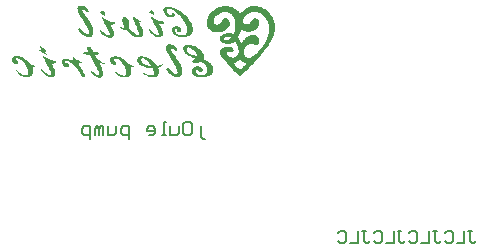
<source format=gbo>
G04*
G04 #@! TF.GenerationSoftware,Altium Limited,Altium Designer,18.1.7 (191)*
G04*
G04 Layer_Color=32896*
%FSLAX44Y44*%
%MOMM*%
G71*
G01*
G75*
%ADD10C,0.2000*%
%ADD12C,0.1800*%
G36*
X1453497Y1450972D02*
X1454386Y1450766D01*
X1454727Y1450630D01*
X1455001Y1450562D01*
X1455206Y1450425D01*
X1455274D01*
X1456026Y1450015D01*
X1456641Y1449604D01*
X1457188Y1449194D01*
X1457598Y1448716D01*
X1457872Y1448374D01*
X1458077Y1448033D01*
X1458214Y1447827D01*
X1458282Y1447759D01*
X1458487Y1447281D01*
X1458555Y1446939D01*
X1458692Y1446665D01*
Y1446529D01*
Y1446119D01*
X1458555Y1445777D01*
X1458350Y1445504D01*
X1458282Y1445435D01*
X1458077Y1445298D01*
X1457598D01*
X1457393Y1445367D01*
X1457325Y1445435D01*
X1456983Y1445777D01*
X1456710Y1446050D01*
X1456505Y1446187D01*
X1456436Y1446255D01*
X1456095Y1446529D01*
X1455753Y1446734D01*
X1455479Y1446871D01*
X1455411Y1446939D01*
X1455069Y1447144D01*
X1454727Y1447349D01*
X1454454Y1447417D01*
X1454386Y1447486D01*
X1453976Y1447554D01*
X1453702Y1447486D01*
X1453566Y1447417D01*
X1453497Y1447349D01*
X1453360Y1447007D01*
X1453292Y1446734D01*
X1453360Y1446460D01*
Y1446392D01*
X1453566Y1445982D01*
X1453634Y1445845D01*
Y1445777D01*
X1453907Y1445435D01*
X1453976Y1445298D01*
X1454044Y1445230D01*
X1454523Y1444683D01*
X1454933Y1444136D01*
X1455206Y1443795D01*
X1455343Y1443726D01*
Y1443658D01*
X1455821Y1443111D01*
X1456231Y1442564D01*
X1456505Y1442154D01*
X1456641Y1442086D01*
Y1442018D01*
X1457462Y1440856D01*
X1457803Y1440309D01*
X1458145Y1439830D01*
X1458418Y1439420D01*
X1458624Y1439078D01*
X1458760Y1438873D01*
X1458829Y1438805D01*
X1459581Y1437643D01*
X1459922Y1437096D01*
X1460264Y1436618D01*
X1460537Y1436208D01*
X1460742Y1435866D01*
X1460811Y1435661D01*
X1460879Y1435592D01*
X1461358Y1434431D01*
X1461563Y1433884D01*
X1461768Y1433405D01*
X1461904Y1432995D01*
X1462041Y1432653D01*
X1462110Y1432448D01*
Y1432380D01*
X1462383Y1431150D01*
X1462520Y1430603D01*
X1462656Y1430056D01*
X1462725Y1429646D01*
Y1429304D01*
X1462793Y1429099D01*
Y1429031D01*
X1462725Y1428757D01*
Y1428484D01*
Y1428347D01*
Y1428279D01*
X1462656Y1427937D01*
Y1427800D01*
Y1427732D01*
X1462520Y1427049D01*
X1462246Y1426433D01*
X1461904Y1425887D01*
X1461563Y1425408D01*
X1461289Y1425066D01*
X1461016Y1424793D01*
X1460811Y1424656D01*
X1460742Y1424588D01*
X1460059Y1424246D01*
X1459375Y1424109D01*
X1458760Y1424041D01*
X1458145Y1424109D01*
X1457598Y1424178D01*
X1457188Y1424315D01*
X1456915Y1424383D01*
X1456846Y1424451D01*
X1456095Y1424861D01*
X1455411Y1425271D01*
X1454796Y1425682D01*
X1454249Y1426023D01*
X1453839Y1426365D01*
X1453497Y1426638D01*
X1453292Y1426844D01*
X1453224Y1426912D01*
X1452130Y1428006D01*
X1451652Y1428484D01*
X1451173Y1428962D01*
X1450831Y1429373D01*
X1450558Y1429714D01*
X1450353Y1429919D01*
X1450285Y1429988D01*
X1450148Y1430193D01*
X1450080Y1430466D01*
Y1430671D01*
Y1430740D01*
Y1431081D01*
X1450148Y1431355D01*
X1450216Y1431423D01*
X1450285Y1431491D01*
X1450421Y1431628D01*
X1450695Y1431696D01*
X1451310D01*
X1451515Y1431628D01*
X1451652Y1431560D01*
X1451720D01*
X1452130Y1431286D01*
X1452404Y1431013D01*
X1452609Y1430808D01*
X1452677Y1430740D01*
X1453019Y1430398D01*
X1453292Y1430056D01*
X1453497Y1429783D01*
X1453566Y1429714D01*
X1454112Y1429099D01*
X1454659Y1428621D01*
X1455001Y1428279D01*
X1455069Y1428211D01*
X1455138Y1428142D01*
X1455753Y1427664D01*
X1456368Y1427390D01*
X1456573Y1427254D01*
X1456778Y1427185D01*
X1456915Y1427117D01*
X1456983D01*
X1457393Y1427049D01*
X1457667Y1426980D01*
X1458214Y1427049D01*
X1458487Y1427117D01*
X1458624Y1427185D01*
X1458829Y1427390D01*
X1458965Y1427595D01*
X1459034Y1428142D01*
X1458965Y1428552D01*
Y1428689D01*
Y1428757D01*
X1458829Y1429373D01*
X1458692Y1429919D01*
X1458624Y1430261D01*
X1458555Y1430329D01*
Y1430398D01*
X1458350Y1431013D01*
X1458077Y1431491D01*
X1457940Y1431765D01*
X1457872Y1431902D01*
X1457188Y1433064D01*
X1456573Y1434225D01*
X1455958Y1435251D01*
X1455411Y1436208D01*
X1454933Y1436960D01*
X1454591Y1437575D01*
X1454317Y1437985D01*
X1454249Y1438121D01*
X1453566Y1439283D01*
X1452882Y1440446D01*
X1452335Y1441471D01*
X1451788Y1442428D01*
X1451310Y1443248D01*
X1450968Y1443863D01*
X1450763Y1444273D01*
X1450695Y1444410D01*
X1450353Y1445025D01*
X1450080Y1445572D01*
X1449943Y1445982D01*
X1449875Y1446050D01*
Y1446119D01*
X1449601Y1446802D01*
X1449465Y1447417D01*
X1449328Y1447896D01*
Y1447964D01*
Y1448033D01*
X1449259Y1448443D01*
Y1448784D01*
X1449396Y1449400D01*
X1449601Y1449741D01*
X1449669Y1449878D01*
X1450148Y1450356D01*
X1450695Y1450698D01*
X1451173Y1450835D01*
X1451310Y1450903D01*
X1451378D01*
X1451788Y1451040D01*
X1452198Y1451108D01*
X1452540D01*
X1453497Y1450972D01*
D02*
G37*
G36*
X1599906Y1450493D02*
X1601205Y1450356D01*
X1602367Y1450220D01*
X1603392Y1450015D01*
X1604212Y1449741D01*
X1604896Y1449605D01*
X1605306Y1449468D01*
X1605374Y1449400D01*
X1605442D01*
X1606604Y1448921D01*
X1607630Y1448374D01*
X1608655Y1447691D01*
X1609475Y1447076D01*
X1610227Y1446529D01*
X1610705Y1446050D01*
X1611047Y1445708D01*
X1611184Y1445572D01*
X1611936Y1444752D01*
X1612619Y1443931D01*
X1613166Y1443111D01*
X1613713Y1442291D01*
X1614601Y1440719D01*
X1615217Y1439283D01*
X1615695Y1438053D01*
X1615832Y1437575D01*
X1615968Y1437096D01*
X1616037Y1436754D01*
X1616105Y1436481D01*
X1616174Y1436344D01*
Y1436276D01*
X1616310Y1435114D01*
X1616379Y1434567D01*
Y1434020D01*
X1616447Y1433610D01*
Y1433269D01*
Y1433064D01*
Y1432995D01*
X1616379Y1431696D01*
X1616242Y1430398D01*
X1616105Y1429167D01*
X1615832Y1428074D01*
X1615627Y1427185D01*
X1615490Y1426433D01*
X1615422Y1426160D01*
X1615353Y1425955D01*
X1615285Y1425887D01*
Y1425818D01*
X1614875Y1424656D01*
X1614396Y1423563D01*
X1613986Y1422606D01*
X1613508Y1421717D01*
X1613166Y1420965D01*
X1612824Y1420419D01*
X1612619Y1420077D01*
X1612551Y1419940D01*
X1611252Y1418026D01*
X1610637Y1417138D01*
X1610090Y1416317D01*
X1609543Y1415634D01*
X1609202Y1415155D01*
X1608928Y1414814D01*
X1608860Y1414677D01*
X1607356Y1412763D01*
X1605853Y1410849D01*
X1604485Y1409140D01*
X1603187Y1407637D01*
X1602572Y1406953D01*
X1602093Y1406407D01*
X1601615Y1405860D01*
X1601205Y1405381D01*
X1600863Y1405040D01*
X1600658Y1404766D01*
X1600521Y1404629D01*
X1600453Y1404561D01*
X1598812Y1402784D01*
X1597172Y1401075D01*
X1595600Y1399435D01*
X1594164Y1397999D01*
X1593549Y1397384D01*
X1593002Y1396837D01*
X1592456Y1396359D01*
X1592045Y1395949D01*
X1591704Y1395607D01*
X1591430Y1395334D01*
X1591294Y1395197D01*
X1591225Y1395128D01*
X1590473Y1394445D01*
X1589858Y1393830D01*
X1589585Y1393625D01*
X1589380Y1393420D01*
X1589243Y1393351D01*
X1589175Y1393283D01*
X1588354Y1392668D01*
X1587671Y1392121D01*
X1587398Y1391916D01*
X1587193Y1391711D01*
X1587056Y1391643D01*
X1586987Y1391574D01*
X1586714Y1391711D01*
X1586577Y1391779D01*
X1586372Y1391984D01*
X1586304Y1392053D01*
X1585142Y1393078D01*
X1583980Y1394103D01*
X1582955Y1395060D01*
X1582066Y1395949D01*
X1581314Y1396701D01*
X1580699Y1397247D01*
X1580357Y1397657D01*
X1580221Y1397794D01*
X1579127Y1398956D01*
X1578102Y1400050D01*
X1577145Y1401075D01*
X1576256Y1402032D01*
X1575573Y1402852D01*
X1575026Y1403467D01*
X1574684Y1403878D01*
X1574547Y1403946D01*
Y1404014D01*
X1573796Y1404971D01*
X1573112Y1405791D01*
X1572839Y1406133D01*
X1572634Y1406407D01*
X1572497Y1406543D01*
X1572429Y1406611D01*
X1571677Y1407637D01*
X1570993Y1408525D01*
X1570788Y1408867D01*
X1570583Y1409140D01*
X1570515Y1409346D01*
X1570446Y1409414D01*
X1570105Y1409961D01*
X1569900Y1410439D01*
X1569763Y1410918D01*
X1569695Y1411328D01*
Y1411669D01*
Y1411943D01*
X1569763Y1412080D01*
Y1412148D01*
X1569900Y1412626D01*
X1570105Y1413105D01*
X1570652Y1413857D01*
X1570925Y1414130D01*
X1571198Y1414335D01*
X1571335Y1414472D01*
X1571403Y1414540D01*
X1572018Y1415019D01*
X1572565Y1415361D01*
X1573181Y1415634D01*
X1573659Y1415839D01*
X1574137Y1415976D01*
X1574479Y1416112D01*
X1574684Y1416181D01*
X1574753D01*
X1576120Y1416317D01*
X1576803Y1416386D01*
X1577350Y1416317D01*
X1578239D01*
X1578512Y1416249D01*
X1578580D01*
X1579195Y1416112D01*
X1579674Y1415907D01*
X1580016Y1415771D01*
X1580084Y1415702D01*
X1580152D01*
X1580631Y1415361D01*
X1580973Y1414882D01*
X1581178Y1414540D01*
X1581246Y1414472D01*
Y1414404D01*
X1581383Y1413925D01*
X1581451Y1413583D01*
X1581519Y1413310D01*
Y1413173D01*
X1581451Y1412763D01*
X1581314Y1412353D01*
X1581178Y1412080D01*
X1581109Y1412011D01*
X1580768Y1411669D01*
X1580494Y1411533D01*
X1580221Y1411465D01*
X1579742D01*
X1579332Y1411533D01*
X1579059Y1411601D01*
X1578990D01*
X1578649Y1411669D01*
X1578375Y1411738D01*
X1578170Y1411806D01*
X1578102D01*
X1577760Y1411875D01*
X1577418Y1411943D01*
X1577213Y1412011D01*
X1577145D01*
X1576598Y1411943D01*
X1576188Y1411738D01*
X1575983Y1411533D01*
X1575915Y1411465D01*
X1575778Y1410986D01*
Y1410576D01*
Y1410234D01*
X1575846Y1410166D01*
Y1410098D01*
X1576120Y1409619D01*
X1576393Y1409209D01*
X1577145Y1408457D01*
X1577555Y1408184D01*
X1577828Y1407979D01*
X1578033Y1407842D01*
X1578102Y1407773D01*
X1578717Y1407432D01*
X1579332Y1407227D01*
X1579879Y1407090D01*
X1580357Y1407022D01*
X1580768Y1406953D01*
X1581314D01*
X1581929Y1407090D01*
X1582408Y1407227D01*
X1582886Y1407500D01*
X1583297Y1407705D01*
X1583638Y1407910D01*
X1583912Y1408115D01*
X1584048Y1408252D01*
X1584117Y1408320D01*
X1584527Y1408799D01*
X1584800Y1409277D01*
X1585074Y1409687D01*
X1585279Y1410166D01*
X1585415Y1410576D01*
X1585484Y1410849D01*
X1585552Y1411054D01*
Y1411123D01*
X1585621Y1412011D01*
Y1412900D01*
Y1413652D01*
X1585552Y1414404D01*
X1585484Y1414950D01*
X1585347Y1415361D01*
X1585279Y1415702D01*
Y1415771D01*
X1585005Y1416591D01*
X1584732Y1417343D01*
X1584390Y1418026D01*
X1584048Y1418641D01*
X1583775Y1419120D01*
X1583502Y1419530D01*
X1583365Y1419803D01*
X1583297Y1419872D01*
X1583023Y1420213D01*
X1582750Y1420419D01*
X1582545Y1420555D01*
X1582203D01*
X1581861Y1420350D01*
X1581588Y1420213D01*
X1581519Y1420145D01*
X1580699Y1419667D01*
X1579947Y1419256D01*
X1579195Y1418983D01*
X1578512Y1418778D01*
X1577897Y1418710D01*
X1577487Y1418641D01*
X1577145Y1418573D01*
X1576256D01*
X1575436Y1418710D01*
X1574616Y1418846D01*
X1573932Y1418983D01*
X1573317Y1419188D01*
X1572907Y1419325D01*
X1572565Y1419393D01*
X1572497Y1419462D01*
X1571745Y1419872D01*
X1571062Y1420282D01*
X1570652Y1420624D01*
X1570583Y1420760D01*
X1570515D01*
X1570241Y1421102D01*
X1570036Y1421444D01*
X1569763Y1422196D01*
Y1422469D01*
X1569695Y1422742D01*
Y1422879D01*
Y1422948D01*
Y1423426D01*
X1569831Y1423836D01*
X1570036Y1424520D01*
X1570173Y1424725D01*
X1570310Y1424930D01*
X1570378Y1424998D01*
X1570446Y1425066D01*
X1571062Y1425613D01*
X1571608Y1426092D01*
X1572087Y1426365D01*
X1572155Y1426502D01*
X1572224D01*
X1572360Y1426570D01*
X1572429D01*
X1572497Y1426638D01*
X1572565D01*
X1573796Y1427117D01*
X1574411Y1427322D01*
X1574958Y1427459D01*
X1575368Y1427527D01*
X1575778Y1427595D01*
X1575983Y1427664D01*
X1576051D01*
X1577418Y1427732D01*
X1578033Y1427664D01*
X1578580D01*
X1579059Y1427595D01*
X1579400Y1427527D01*
X1579674Y1427459D01*
X1579742D01*
X1580152Y1427390D01*
X1580562Y1427322D01*
X1581383D01*
X1581519Y1427459D01*
X1581656Y1427664D01*
X1581929Y1428142D01*
X1582135Y1428621D01*
X1582203Y1428757D01*
Y1428826D01*
X1582476Y1429783D01*
X1582681Y1430740D01*
X1582818Y1431628D01*
X1582886Y1432448D01*
X1582955Y1433132D01*
X1583023Y1433610D01*
Y1433952D01*
Y1434089D01*
X1582955Y1436003D01*
X1582818Y1436891D01*
X1582681Y1437643D01*
X1582613Y1438327D01*
X1582476Y1438873D01*
X1582408Y1439147D01*
Y1439283D01*
X1581929Y1440514D01*
X1581724Y1441061D01*
X1581451Y1441539D01*
X1581178Y1441949D01*
X1581041Y1442223D01*
X1580904Y1442428D01*
X1580836Y1442496D01*
X1580426Y1443043D01*
X1579947Y1443453D01*
X1579469Y1443863D01*
X1579059Y1444205D01*
X1578649Y1444410D01*
X1578307Y1444615D01*
X1578102Y1444752D01*
X1578033D01*
X1577350Y1445025D01*
X1576735Y1445230D01*
X1575368Y1445435D01*
X1574137Y1445504D01*
X1572975Y1445435D01*
X1571950Y1445230D01*
X1571198Y1445025D01*
X1570925Y1444957D01*
X1570720Y1444888D01*
X1570583Y1444820D01*
X1570515D01*
X1569079Y1444205D01*
X1567917Y1443385D01*
X1566960Y1442564D01*
X1566140Y1441744D01*
X1565594Y1440992D01*
X1565183Y1440377D01*
X1564978Y1439899D01*
X1564910Y1439830D01*
Y1439762D01*
X1564705Y1439283D01*
X1564637Y1438805D01*
X1564568Y1437917D01*
X1564637Y1437575D01*
Y1437301D01*
X1564705Y1437165D01*
Y1437096D01*
X1564842Y1436686D01*
X1565115Y1436276D01*
X1565594Y1435729D01*
X1566004Y1435388D01*
X1566140Y1435251D01*
X1566209D01*
X1566687Y1435046D01*
X1567097Y1434909D01*
X1567917Y1434841D01*
X1568191Y1434909D01*
X1568464D01*
X1568601Y1434977D01*
X1568669D01*
X1569079Y1435182D01*
X1569489Y1435388D01*
X1570173Y1435934D01*
X1570583Y1436413D01*
X1570652Y1436550D01*
X1570720Y1436618D01*
X1570993Y1437028D01*
X1571198Y1437438D01*
X1571403Y1437711D01*
X1571472Y1437780D01*
X1571745Y1438190D01*
X1571950Y1438532D01*
X1572155Y1438805D01*
X1572224Y1438873D01*
X1572770Y1439420D01*
X1573249Y1439830D01*
X1573659Y1440035D01*
X1573727Y1440104D01*
X1573796D01*
X1574411Y1440240D01*
X1575026D01*
X1575299Y1440172D01*
X1575504D01*
X1575641Y1440104D01*
X1575710D01*
X1576461Y1439762D01*
X1577077Y1439352D01*
X1577418Y1439010D01*
X1577555Y1438942D01*
Y1438873D01*
X1577965Y1438190D01*
X1578239Y1437506D01*
X1578307Y1437233D01*
Y1436960D01*
X1578375Y1436823D01*
Y1436754D01*
Y1435934D01*
X1578307Y1435251D01*
X1578239Y1434977D01*
X1578170Y1434772D01*
X1578102Y1434636D01*
Y1434567D01*
X1577760Y1433815D01*
X1577418Y1433200D01*
X1577077Y1432722D01*
X1576940Y1432653D01*
Y1432585D01*
X1576051Y1431696D01*
X1575163Y1430876D01*
X1574274Y1430261D01*
X1573454Y1429783D01*
X1572702Y1429441D01*
X1572155Y1429167D01*
X1571814Y1429031D01*
X1571677Y1428962D01*
X1570583Y1428689D01*
X1569421Y1428552D01*
X1568396Y1428484D01*
X1567371D01*
X1566550Y1428552D01*
X1565867Y1428621D01*
X1565662D01*
X1565457Y1428689D01*
X1565320D01*
X1564021Y1429031D01*
X1562928Y1429578D01*
X1561971Y1430124D01*
X1561219Y1430740D01*
X1560604Y1431355D01*
X1560125Y1431833D01*
X1559852Y1432175D01*
X1559784Y1432312D01*
X1559237Y1433474D01*
X1558895Y1434567D01*
X1558690Y1435661D01*
X1558622Y1436686D01*
X1558690Y1437506D01*
X1558758Y1438190D01*
X1558827Y1438395D01*
Y1438600D01*
X1558895Y1438668D01*
Y1438737D01*
X1559169Y1439625D01*
X1559442Y1440446D01*
X1559784Y1441197D01*
X1560057Y1441812D01*
X1560331Y1442359D01*
X1560604Y1442769D01*
X1560741Y1443043D01*
X1560809Y1443111D01*
X1561834Y1444547D01*
X1562381Y1445162D01*
X1562928Y1445640D01*
X1563338Y1446119D01*
X1563680Y1446460D01*
X1563953Y1446665D01*
X1564021Y1446734D01*
X1564978Y1447486D01*
X1565935Y1448169D01*
X1566892Y1448648D01*
X1567781Y1449126D01*
X1568533Y1449400D01*
X1569079Y1449673D01*
X1569489Y1449741D01*
X1569558Y1449810D01*
X1569626D01*
X1570788Y1450083D01*
X1571882Y1450288D01*
X1572975Y1450356D01*
X1573932Y1450425D01*
X1575983D01*
X1577008Y1450356D01*
X1577965Y1450220D01*
X1578785Y1450015D01*
X1579537Y1449810D01*
X1580221Y1449605D01*
X1580699Y1449400D01*
X1580973Y1449331D01*
X1581109Y1449263D01*
X1581998Y1448853D01*
X1582818Y1448374D01*
X1583502Y1447896D01*
X1584185Y1447349D01*
X1584664Y1446939D01*
X1585074Y1446597D01*
X1585347Y1446324D01*
X1585415Y1446255D01*
X1585689Y1445982D01*
X1585962Y1445708D01*
X1586099Y1445504D01*
X1586167Y1445435D01*
X1586441Y1445162D01*
X1586646Y1444888D01*
X1586783Y1444683D01*
X1586851Y1444615D01*
X1587124Y1444752D01*
X1587261Y1444820D01*
X1587398Y1444888D01*
X1587466D01*
X1587739Y1445230D01*
X1587808Y1445367D01*
X1587876D01*
X1588218Y1445708D01*
X1588286Y1445845D01*
X1588354D01*
X1589175Y1446665D01*
X1589995Y1447349D01*
X1590747Y1447896D01*
X1591430Y1448374D01*
X1592045Y1448784D01*
X1592524Y1449058D01*
X1592797Y1449194D01*
X1592934Y1449263D01*
X1593891Y1449673D01*
X1594848Y1450015D01*
X1595805Y1450220D01*
X1596693Y1450356D01*
X1597445Y1450493D01*
X1597992Y1450562D01*
X1598539D01*
X1599906Y1450493D01*
D02*
G37*
G36*
X1512279Y1446871D02*
X1512690Y1446734D01*
X1512963Y1446597D01*
X1513031Y1446529D01*
X1513510Y1446050D01*
X1513920Y1445572D01*
X1514193Y1445162D01*
X1514262Y1445025D01*
Y1444957D01*
X1514398Y1444615D01*
X1514467Y1444341D01*
X1514535Y1443863D01*
X1514467Y1443590D01*
Y1443521D01*
X1514398Y1443385D01*
X1514262Y1443248D01*
X1514125Y1443179D01*
X1513578D01*
X1513031Y1443453D01*
X1512553Y1443726D01*
X1512211Y1443931D01*
X1512143Y1444000D01*
X1512074D01*
X1511528Y1444341D01*
X1510981Y1444615D01*
X1510639Y1444820D01*
X1510571Y1444888D01*
X1510502D01*
X1510366Y1444957D01*
X1510297Y1445093D01*
X1510229Y1445162D01*
Y1445230D01*
X1510092Y1445504D01*
X1510024Y1445640D01*
X1510229Y1445914D01*
X1510297Y1446050D01*
X1510502Y1446324D01*
X1510571Y1446392D01*
X1510639D01*
X1511118Y1446734D01*
X1511459Y1446871D01*
X1511733Y1446939D01*
X1511869D01*
X1512279Y1446871D01*
D02*
G37*
G36*
X1470722Y1446392D02*
X1470790D01*
X1471200Y1446255D01*
X1471542Y1446050D01*
X1472020Y1445572D01*
X1472362Y1445162D01*
X1472431Y1445025D01*
Y1444957D01*
X1472567Y1444547D01*
X1472704Y1444136D01*
X1472772Y1443385D01*
Y1443043D01*
X1472704Y1442769D01*
Y1442633D01*
Y1442564D01*
X1471884Y1442838D01*
X1471200Y1443111D01*
X1470927Y1443179D01*
X1470722Y1443316D01*
X1470653Y1443385D01*
X1470585D01*
X1469902Y1443863D01*
X1469355Y1444205D01*
X1468945Y1444478D01*
X1468876Y1444615D01*
X1468808D01*
X1468740Y1444683D01*
X1468671Y1444820D01*
Y1444957D01*
Y1445025D01*
Y1445435D01*
X1468740Y1445504D01*
Y1445572D01*
X1469013Y1445914D01*
X1469286Y1446119D01*
X1469491Y1446255D01*
X1469628Y1446324D01*
X1470107Y1446392D01*
X1470448Y1446460D01*
X1470722Y1446392D01*
D02*
G37*
G36*
X1469902Y1441266D02*
X1470038Y1441129D01*
X1470175Y1441061D01*
X1470448Y1440992D01*
X1470517Y1440924D01*
X1470585D01*
X1472294Y1440035D01*
X1473114Y1439625D01*
X1473798Y1439215D01*
X1474413Y1438873D01*
X1474823Y1438600D01*
X1475096Y1438463D01*
X1475233Y1438395D01*
X1476122Y1437985D01*
X1477010Y1437643D01*
X1477830Y1437438D01*
X1478651Y1437233D01*
X1479334Y1437165D01*
X1479812Y1437096D01*
X1480291D01*
X1480633Y1437028D01*
X1480838Y1436891D01*
X1480974Y1436754D01*
Y1436686D01*
X1481043Y1436413D01*
X1480974Y1436208D01*
X1480906Y1436071D01*
Y1436003D01*
X1480428Y1435592D01*
X1480291Y1435456D01*
X1480223Y1435388D01*
X1479744Y1435114D01*
X1479539Y1434977D01*
X1479471D01*
X1479129Y1434909D01*
X1478445D01*
X1478035Y1434977D01*
X1477215D01*
X1477420Y1434431D01*
X1477625Y1434020D01*
X1477762Y1433747D01*
X1477830Y1433610D01*
X1478035Y1433200D01*
X1478240Y1432790D01*
X1478309Y1432517D01*
X1478377Y1432448D01*
X1478719Y1431765D01*
X1478992Y1431150D01*
X1479197Y1430671D01*
X1479266Y1430603D01*
Y1430535D01*
X1479608Y1429851D01*
X1479812Y1429236D01*
X1479949Y1428757D01*
X1480018Y1428689D01*
Y1428621D01*
X1480154Y1427800D01*
X1480223Y1427049D01*
X1480086Y1426433D01*
X1479949Y1425887D01*
X1479744Y1425408D01*
X1479539Y1425135D01*
X1479402Y1424930D01*
X1479334Y1424861D01*
X1478787Y1424383D01*
X1478240Y1424109D01*
X1477625Y1423904D01*
X1477010Y1423768D01*
X1475643D01*
X1475370Y1423836D01*
X1475096Y1423904D01*
X1474891Y1423973D01*
X1474823D01*
X1474550Y1424109D01*
X1474276Y1424178D01*
X1474071Y1424315D01*
X1474003D01*
X1472909Y1424998D01*
X1472431Y1425340D01*
X1471952Y1425682D01*
X1471610Y1425955D01*
X1471337Y1426160D01*
X1471200Y1426297D01*
X1471132Y1426365D01*
X1470243Y1427254D01*
X1469560Y1428074D01*
X1469286Y1428416D01*
X1469081Y1428689D01*
X1468945Y1428894D01*
X1468876Y1428962D01*
X1468535Y1429441D01*
X1468466Y1429578D01*
Y1429646D01*
Y1429988D01*
X1468535Y1430329D01*
X1468671Y1430603D01*
X1468740Y1430740D01*
X1469218Y1430329D01*
X1469355Y1430261D01*
X1469423Y1430193D01*
X1469833Y1429851D01*
X1469970Y1429714D01*
X1470038Y1429646D01*
X1470722Y1429031D01*
X1471337Y1428484D01*
X1471747Y1428074D01*
X1471815Y1428006D01*
X1471884Y1427937D01*
X1472567Y1427390D01*
X1473114Y1426844D01*
X1473593Y1426502D01*
X1473661Y1426433D01*
X1473729Y1426365D01*
X1474071Y1426092D01*
X1474481Y1425887D01*
X1474686Y1425750D01*
X1474823Y1425682D01*
X1475028Y1425613D01*
X1475233Y1425545D01*
X1475643Y1425613D01*
X1475985Y1425750D01*
X1476053Y1425818D01*
X1476122D01*
X1476395Y1426092D01*
X1476532Y1426433D01*
X1476600Y1426638D01*
Y1426775D01*
Y1427322D01*
X1476463Y1427800D01*
X1476327Y1428211D01*
X1476258Y1428279D01*
Y1428347D01*
X1476122Y1428757D01*
X1475916Y1429099D01*
X1475848Y1429304D01*
X1475780Y1429373D01*
X1475643Y1429783D01*
X1475438Y1430124D01*
X1475370Y1430329D01*
X1475301Y1430398D01*
X1474823Y1431286D01*
X1474413Y1432107D01*
X1474276Y1432380D01*
X1474139Y1432653D01*
X1474003Y1432790D01*
Y1432858D01*
X1473524Y1433747D01*
X1473114Y1434567D01*
X1472909Y1434841D01*
X1472841Y1435114D01*
X1472704Y1435251D01*
Y1435319D01*
X1472157Y1436344D01*
X1471679Y1437301D01*
X1471474Y1437643D01*
X1471337Y1437917D01*
X1471200Y1438121D01*
Y1438190D01*
X1470653Y1439352D01*
X1470380Y1439830D01*
X1470107Y1440309D01*
X1469902Y1440719D01*
X1469765Y1441061D01*
X1469697Y1441266D01*
X1469628Y1441334D01*
X1469902Y1441266D01*
D02*
G37*
G36*
X1528000Y1450015D02*
X1528274Y1449946D01*
X1528479D01*
X1528615Y1449878D01*
X1528684D01*
X1530803Y1449194D01*
X1532717Y1448374D01*
X1534494Y1447554D01*
X1535997Y1446734D01*
X1536613Y1446324D01*
X1537228Y1445914D01*
X1537706Y1445640D01*
X1538116Y1445298D01*
X1538458Y1445093D01*
X1538731Y1444888D01*
X1538868Y1444820D01*
X1538936Y1444752D01*
X1540509Y1443385D01*
X1541876Y1441881D01*
X1543038Y1440446D01*
X1544063Y1439010D01*
X1544883Y1437711D01*
X1545156Y1437165D01*
X1545430Y1436686D01*
X1545635Y1436344D01*
X1545772Y1436071D01*
X1545908Y1435866D01*
Y1435798D01*
X1546250Y1434841D01*
X1546592Y1434020D01*
X1546729Y1433132D01*
X1546865Y1432380D01*
X1546934Y1430945D01*
X1546865Y1429714D01*
X1546660Y1428689D01*
X1546523Y1428347D01*
X1546387Y1428006D01*
X1546318Y1427732D01*
X1546182Y1427527D01*
X1546113Y1427459D01*
Y1427390D01*
X1545635Y1426775D01*
X1545156Y1426297D01*
X1543994Y1425477D01*
X1542696Y1424861D01*
X1541465Y1424451D01*
X1540303Y1424178D01*
X1539757Y1424109D01*
X1539347Y1424041D01*
X1539005Y1423973D01*
X1538458D01*
X1537843Y1424041D01*
X1537296Y1424109D01*
X1536886Y1424178D01*
X1536749D01*
X1536134Y1424246D01*
X1535587Y1424383D01*
X1535246Y1424451D01*
X1535109Y1424520D01*
X1533810Y1424998D01*
X1533263Y1425271D01*
X1532785Y1425545D01*
X1532375Y1425750D01*
X1532033Y1425955D01*
X1531828Y1426023D01*
X1531760Y1426092D01*
X1531281Y1426502D01*
X1530803Y1426980D01*
X1530461Y1427390D01*
X1530188Y1427869D01*
X1529914Y1428279D01*
X1529777Y1428621D01*
X1529641Y1428894D01*
Y1428962D01*
X1529436Y1429714D01*
Y1430329D01*
Y1430603D01*
Y1430808D01*
Y1430876D01*
Y1430945D01*
X1529504Y1431286D01*
X1529641Y1431628D01*
X1529914Y1432175D01*
X1530256Y1432517D01*
X1530324Y1432653D01*
X1530392D01*
X1530734Y1432927D01*
X1531008Y1433200D01*
X1531623Y1433474D01*
X1532033Y1433679D01*
X1532990D01*
X1533673Y1433542D01*
X1533947D01*
X1534152Y1433474D01*
X1534289Y1433405D01*
X1534357D01*
X1535109Y1433064D01*
X1535656Y1432722D01*
X1536066Y1432517D01*
X1536134Y1432380D01*
X1536202D01*
X1536681Y1431833D01*
X1536954Y1431218D01*
X1537023Y1430945D01*
Y1430740D01*
X1537091Y1430603D01*
Y1430535D01*
Y1429919D01*
X1537023Y1429509D01*
X1536954Y1429236D01*
X1536886Y1429167D01*
X1536613Y1428826D01*
X1536271Y1428621D01*
X1535997Y1428484D01*
X1535861D01*
X1535314Y1428416D01*
X1534904D01*
X1534630Y1428484D01*
X1534562Y1428552D01*
X1534220Y1428826D01*
X1533947Y1429167D01*
X1533810Y1429441D01*
X1533742Y1429578D01*
X1533537Y1429988D01*
X1533468Y1430124D01*
Y1430193D01*
X1533332Y1430603D01*
X1533195Y1430671D01*
Y1430740D01*
X1533058Y1430876D01*
X1532921Y1430945D01*
X1532785Y1431013D01*
X1532717D01*
X1532511Y1431081D01*
X1532375D01*
X1532238Y1431013D01*
X1532101Y1430945D01*
X1531965Y1430808D01*
X1531896Y1430740D01*
Y1430671D01*
X1531828Y1430466D01*
Y1430261D01*
Y1430193D01*
Y1430124D01*
X1531896Y1429714D01*
X1531965Y1429578D01*
Y1429509D01*
X1532170Y1429099D01*
X1532238Y1428962D01*
Y1428894D01*
X1532648Y1428279D01*
X1533127Y1427800D01*
X1533673Y1427322D01*
X1534220Y1426980D01*
X1534699Y1426707D01*
X1535109Y1426502D01*
X1535382Y1426433D01*
X1535450Y1426365D01*
X1536271Y1426092D01*
X1537023Y1425955D01*
X1537706Y1425887D01*
X1538253D01*
X1538800Y1425955D01*
X1539142Y1426023D01*
X1539415Y1426092D01*
X1539483D01*
X1540372Y1426502D01*
X1540987Y1426912D01*
X1541397Y1427254D01*
X1541465Y1427322D01*
X1541534Y1427390D01*
X1541944Y1428211D01*
X1542217Y1428962D01*
X1542286Y1429304D01*
X1542354Y1429578D01*
Y1429714D01*
Y1429783D01*
Y1430740D01*
X1542286Y1431628D01*
X1542217Y1431902D01*
Y1432175D01*
X1542149Y1432312D01*
Y1432380D01*
X1541876Y1433269D01*
X1541602Y1434020D01*
X1541465Y1434362D01*
X1541329Y1434567D01*
X1541260Y1434704D01*
Y1434772D01*
X1540372Y1436413D01*
X1539962Y1437165D01*
X1539552Y1437780D01*
X1539210Y1438327D01*
X1538936Y1438805D01*
X1538800Y1439078D01*
X1538731Y1439147D01*
X1537638Y1440650D01*
X1537091Y1441334D01*
X1536613Y1441949D01*
X1536134Y1442428D01*
X1535792Y1442769D01*
X1535587Y1443043D01*
X1535519Y1443111D01*
X1534425Y1444205D01*
X1533947Y1444683D01*
X1533468Y1445093D01*
X1533058Y1445435D01*
X1532717Y1445708D01*
X1532511Y1445845D01*
X1532443Y1445914D01*
X1531213Y1446734D01*
X1530598Y1447076D01*
X1529982Y1447349D01*
X1529504Y1447622D01*
X1529162Y1447759D01*
X1528889Y1447896D01*
X1528820D01*
X1528410Y1448033D01*
X1528000Y1448101D01*
X1527727Y1448169D01*
X1527659D01*
X1527180Y1448237D01*
X1526838Y1448306D01*
X1526428D01*
X1526018Y1448237D01*
X1525676Y1448169D01*
X1525471Y1448033D01*
X1525403Y1447964D01*
X1525130Y1447622D01*
X1524993Y1447281D01*
X1524924Y1447007D01*
Y1446939D01*
Y1446871D01*
Y1446460D01*
X1524993Y1446050D01*
X1525266Y1445298D01*
X1525471Y1444957D01*
X1525608Y1444752D01*
X1525676Y1444615D01*
X1525745Y1444547D01*
X1526086Y1444136D01*
X1526428Y1443795D01*
X1526770Y1443521D01*
X1527112Y1443385D01*
X1527385Y1443248D01*
X1527590Y1443179D01*
X1527727Y1443111D01*
X1528684D01*
X1528957Y1443248D01*
X1529094Y1443521D01*
X1529162Y1443795D01*
Y1443931D01*
X1529231Y1444205D01*
X1529299Y1444341D01*
X1529436Y1444615D01*
X1529641Y1444683D01*
X1530392D01*
X1530598Y1444615D01*
X1530666D01*
X1531008Y1444478D01*
X1531281Y1444205D01*
X1531418Y1444000D01*
X1531486Y1443931D01*
X1531623Y1443521D01*
X1531555Y1443179D01*
Y1442906D01*
X1531486Y1442838D01*
X1531076Y1442291D01*
X1530734Y1441881D01*
X1530461Y1441607D01*
X1530324Y1441539D01*
X1529777Y1441266D01*
X1529231Y1441129D01*
X1528752Y1441061D01*
X1528615D01*
X1527659Y1441129D01*
X1526770Y1441334D01*
X1526018Y1441607D01*
X1525334Y1442018D01*
X1524788Y1442359D01*
X1524446Y1442701D01*
X1524173Y1442906D01*
X1524104Y1442975D01*
X1523489Y1443726D01*
X1523011Y1444410D01*
X1522601Y1445025D01*
X1522327Y1445572D01*
X1522122Y1446050D01*
X1521985Y1446460D01*
X1521917Y1446665D01*
Y1446734D01*
X1521849Y1447144D01*
Y1447486D01*
X1521985Y1448101D01*
X1522190Y1448511D01*
X1522259Y1448579D01*
Y1448648D01*
X1522737Y1449194D01*
X1523284Y1449536D01*
X1523763Y1449673D01*
X1523899Y1449741D01*
X1523967D01*
X1524856Y1449878D01*
X1525608Y1449946D01*
X1525881D01*
X1526155Y1450015D01*
X1526360D01*
X1527248Y1450083D01*
X1528000Y1450015D01*
D02*
G37*
G36*
X1511664Y1441539D02*
X1512074Y1441334D01*
X1512416Y1441197D01*
X1512484Y1441129D01*
X1512895Y1440924D01*
X1513236Y1440719D01*
X1513510Y1440582D01*
X1513578Y1440514D01*
X1515013Y1439762D01*
X1515629Y1439420D01*
X1516244Y1439147D01*
X1516722Y1438873D01*
X1517132Y1438668D01*
X1517406Y1438600D01*
X1517474Y1438532D01*
X1518226Y1438190D01*
X1518909Y1437985D01*
X1519661Y1437780D01*
X1520276Y1437711D01*
X1520892Y1437643D01*
X1521302Y1437575D01*
X1521712D01*
X1522054Y1437506D01*
X1522327Y1437301D01*
X1522464Y1437096D01*
Y1437028D01*
X1522532Y1436686D01*
X1522395Y1436344D01*
X1522259Y1436139D01*
X1522190Y1436071D01*
X1521712Y1435798D01*
X1521507Y1435729D01*
X1521438Y1435661D01*
X1521097Y1435524D01*
X1520823Y1435456D01*
X1520618Y1435388D01*
X1520550D01*
X1520276Y1435319D01*
X1518636D01*
X1519046Y1434567D01*
X1519320Y1433952D01*
X1519593Y1433542D01*
X1519661Y1433474D01*
Y1433405D01*
X1520003Y1432722D01*
X1520276Y1432175D01*
X1520482Y1431765D01*
X1520550Y1431696D01*
Y1431628D01*
X1520755Y1431013D01*
X1520960Y1430466D01*
X1521097Y1430056D01*
X1521165Y1429988D01*
Y1429919D01*
X1521370Y1429304D01*
X1521507Y1428757D01*
X1521644Y1428347D01*
Y1428279D01*
Y1428211D01*
Y1427322D01*
X1521575Y1426638D01*
X1521507Y1426365D01*
X1521438Y1426160D01*
X1521370Y1426023D01*
Y1425955D01*
X1520892Y1425340D01*
X1520413Y1424930D01*
X1520003Y1424656D01*
X1519935Y1424588D01*
X1519866D01*
X1519115Y1424383D01*
X1518499Y1424246D01*
X1518226Y1424178D01*
X1517816D01*
X1517064Y1424246D01*
X1516449Y1424383D01*
X1516176Y1424451D01*
X1515970Y1424520D01*
X1515902Y1424588D01*
X1515834D01*
X1515150Y1424930D01*
X1514535Y1425340D01*
X1514057Y1425682D01*
X1513578Y1426023D01*
X1513168Y1426297D01*
X1512895Y1426570D01*
X1512758Y1426707D01*
X1512690Y1426775D01*
X1511664Y1427800D01*
X1510844Y1428757D01*
X1510502Y1429099D01*
X1510297Y1429441D01*
X1510161Y1429646D01*
X1510092Y1429714D01*
X1509887Y1430124D01*
X1509819Y1430261D01*
Y1430329D01*
X1509887Y1430603D01*
X1510024Y1430876D01*
X1510229Y1431081D01*
X1510297Y1431150D01*
X1510776Y1430740D01*
X1510912Y1430603D01*
X1510981Y1430535D01*
X1511459Y1430124D01*
X1511596Y1429988D01*
X1511664Y1429919D01*
X1512279Y1429373D01*
X1512826Y1428826D01*
X1513236Y1428484D01*
X1513305Y1428416D01*
X1513373Y1428347D01*
X1514057Y1427800D01*
X1514603Y1427322D01*
X1515013Y1426980D01*
X1515082Y1426844D01*
X1515150D01*
X1515560Y1426570D01*
X1515902Y1426365D01*
X1516176Y1426228D01*
X1516244Y1426160D01*
X1516449Y1426092D01*
X1516722Y1426023D01*
X1517132Y1426092D01*
X1517474Y1426160D01*
X1517543Y1426228D01*
X1517611D01*
X1517884Y1426502D01*
X1518021Y1426844D01*
X1518089Y1427117D01*
Y1427185D01*
X1518021Y1427732D01*
X1517884Y1428279D01*
X1517747Y1428689D01*
X1517679Y1428757D01*
Y1428826D01*
X1517543Y1429236D01*
X1517337Y1429578D01*
X1517269Y1429783D01*
X1517201Y1429851D01*
X1517064Y1430261D01*
X1516859Y1430603D01*
X1516791Y1430808D01*
X1516722Y1430876D01*
X1516244Y1431833D01*
X1515765Y1432653D01*
X1515629Y1432927D01*
X1515492Y1433200D01*
X1515355Y1433337D01*
Y1433405D01*
X1514877Y1434294D01*
X1514467Y1435114D01*
X1514262Y1435388D01*
X1514193Y1435661D01*
X1514057Y1435798D01*
Y1435866D01*
X1513510Y1436891D01*
X1513100Y1437848D01*
X1512895Y1438190D01*
X1512826Y1438463D01*
X1512690Y1438668D01*
Y1438737D01*
X1512143Y1439830D01*
X1511596Y1440787D01*
X1511391Y1441197D01*
X1511254Y1441539D01*
X1511186Y1441744D01*
X1511118Y1441812D01*
X1511664Y1441539D01*
D02*
G37*
G36*
X1497516Y1441471D02*
X1497652Y1441402D01*
X1497721D01*
X1498814Y1440719D01*
X1499703Y1440035D01*
X1500113Y1439830D01*
X1500386Y1439625D01*
X1500591Y1439489D01*
X1500660Y1439420D01*
X1501685Y1438737D01*
X1502642Y1438053D01*
X1502984Y1437848D01*
X1503257Y1437643D01*
X1503462Y1437506D01*
X1503530Y1437438D01*
Y1437370D01*
Y1437301D01*
Y1437096D01*
Y1437028D01*
Y1436960D01*
X1503189Y1437028D01*
X1502847D01*
X1502574Y1437096D01*
X1502095D01*
X1501685Y1437165D01*
X1501275D01*
X1501412Y1436823D01*
X1501548Y1436549D01*
X1501617Y1436413D01*
X1501685Y1436344D01*
X1501890Y1435934D01*
X1501958Y1435798D01*
X1502027Y1435729D01*
X1502437Y1434841D01*
X1502847Y1434089D01*
X1502984Y1433747D01*
X1503120Y1433542D01*
X1503189Y1433405D01*
Y1433337D01*
X1503599Y1432448D01*
X1504009Y1431696D01*
X1504146Y1431423D01*
X1504282Y1431150D01*
X1504351Y1431013D01*
Y1430945D01*
X1504624Y1430261D01*
X1504829Y1429714D01*
X1504966Y1429236D01*
X1505034Y1429167D01*
Y1429099D01*
X1505103Y1428416D01*
X1505171Y1427800D01*
X1505103Y1427322D01*
Y1427254D01*
Y1427185D01*
X1504966Y1426365D01*
X1504761Y1425750D01*
X1504556Y1425408D01*
X1504487Y1425271D01*
X1504282Y1425066D01*
X1504077Y1424861D01*
X1503530Y1424588D01*
X1503052Y1424451D01*
X1502915Y1424383D01*
X1502847D01*
X1501958Y1424246D01*
X1501138Y1424178D01*
X1500386D01*
X1499703Y1424246D01*
X1499156Y1424315D01*
X1498746Y1424451D01*
X1498472Y1424520D01*
X1498404D01*
X1497652Y1424793D01*
X1496900Y1425135D01*
X1496285Y1425477D01*
X1495670Y1425818D01*
X1495260Y1426160D01*
X1494850Y1426433D01*
X1494645Y1426638D01*
X1494576Y1426707D01*
X1493961Y1427185D01*
X1493414Y1427664D01*
X1493073Y1428074D01*
X1493004Y1428142D01*
X1492936Y1428211D01*
X1492389Y1428826D01*
X1491911Y1429373D01*
X1491569Y1429783D01*
X1491432Y1429851D01*
Y1429919D01*
X1491091Y1430261D01*
X1490817Y1430466D01*
X1490612Y1430535D01*
X1490544Y1430603D01*
X1490134Y1430671D01*
X1489724Y1430740D01*
X1489450Y1430671D01*
X1489313D01*
X1488835Y1430603D01*
X1488425D01*
X1487741Y1430671D01*
X1487468Y1430740D01*
X1487263Y1430808D01*
X1487126Y1430876D01*
X1487058D01*
X1486306Y1431355D01*
X1485759Y1431833D01*
X1485349Y1432243D01*
X1485281Y1432380D01*
X1485212Y1432448D01*
X1485896Y1432585D01*
X1486511D01*
X1486921Y1432517D01*
X1486989Y1432448D01*
X1487058D01*
X1487399Y1432380D01*
X1487741D01*
X1488288Y1432517D01*
X1488698Y1432722D01*
X1488766Y1432858D01*
X1488835D01*
X1488630Y1433405D01*
X1488425Y1433884D01*
X1488356Y1434225D01*
X1488288Y1434362D01*
X1488083Y1434909D01*
X1487946Y1435319D01*
X1487810Y1435661D01*
Y1435798D01*
X1487673Y1436344D01*
X1487536Y1436754D01*
X1487468Y1437096D01*
Y1437233D01*
X1487399Y1437780D01*
X1487331Y1438258D01*
Y1438600D01*
Y1438737D01*
Y1439283D01*
X1487399Y1439762D01*
X1487468Y1440035D01*
Y1440172D01*
X1487741Y1440582D01*
X1488083Y1440924D01*
X1488356Y1441129D01*
X1488425Y1441197D01*
X1488493D01*
X1488972Y1441334D01*
X1489382D01*
X1489655Y1441266D01*
X1489792Y1441197D01*
X1490202Y1440992D01*
X1490544Y1440787D01*
X1490817Y1440582D01*
X1490885Y1440514D01*
X1491432Y1440035D01*
X1491911Y1439489D01*
X1492321Y1439010D01*
X1492594Y1438532D01*
X1492799Y1438121D01*
X1492936Y1437780D01*
X1493004Y1437575D01*
Y1437506D01*
X1493141Y1436891D01*
Y1436276D01*
Y1435661D01*
Y1435114D01*
X1493073Y1434636D01*
X1493004Y1434294D01*
X1492936Y1434020D01*
Y1433952D01*
X1492868Y1433542D01*
X1492799Y1433132D01*
Y1432858D01*
Y1432790D01*
X1492868Y1432448D01*
X1493004Y1432107D01*
X1493141Y1431833D01*
X1493209Y1431765D01*
X1494235Y1430535D01*
X1494781Y1429988D01*
X1495260Y1429509D01*
X1495670Y1429167D01*
X1496012Y1428894D01*
X1496217Y1428689D01*
X1496285Y1428621D01*
X1497584Y1427664D01*
X1498199Y1427185D01*
X1498746Y1426844D01*
X1499156Y1426502D01*
X1499498Y1426228D01*
X1499771Y1426092D01*
X1499839Y1426023D01*
X1499908Y1425955D01*
X1499976D01*
X1500045Y1425887D01*
X1500455Y1425818D01*
X1500796Y1425887D01*
X1501001Y1425955D01*
X1501070Y1426023D01*
X1501343Y1426297D01*
X1501480Y1426638D01*
Y1426912D01*
Y1427049D01*
X1501412Y1427390D01*
Y1427527D01*
Y1427595D01*
X1501343Y1428074D01*
X1501275Y1428211D01*
Y1428279D01*
X1500933Y1429167D01*
X1500591Y1429851D01*
X1500523Y1430193D01*
X1500386Y1430398D01*
X1500318Y1430535D01*
Y1430603D01*
X1499976Y1431491D01*
X1499634Y1432243D01*
X1499498Y1432585D01*
X1499361Y1432790D01*
X1499293Y1432927D01*
Y1432995D01*
X1498678Y1434294D01*
X1498404Y1434909D01*
X1498131Y1435388D01*
X1497926Y1435866D01*
X1497789Y1436208D01*
X1497721Y1436413D01*
X1497652Y1436481D01*
X1497037Y1437780D01*
X1496764Y1438395D01*
X1496559Y1438942D01*
X1496353Y1439352D01*
X1496217Y1439762D01*
X1496080Y1439967D01*
Y1440035D01*
Y1440514D01*
Y1440650D01*
Y1440719D01*
X1496149Y1440992D01*
X1496217Y1441197D01*
X1496285Y1441334D01*
X1496353D01*
X1496559Y1441471D01*
X1496764Y1441539D01*
X1497310D01*
X1497516Y1441471D01*
D02*
G37*
G36*
X1528410Y1418094D02*
X1529299Y1417958D01*
X1529641Y1417821D01*
X1529914Y1417753D01*
X1530051Y1417684D01*
X1530119D01*
X1530939Y1417206D01*
X1531623Y1416727D01*
X1531896Y1416454D01*
X1532101Y1416317D01*
X1532238Y1416181D01*
X1532306Y1416112D01*
X1532580Y1415771D01*
X1532785Y1415497D01*
X1532921Y1415292D01*
X1532990Y1415224D01*
X1533195Y1414882D01*
X1533400Y1414540D01*
X1533468Y1414267D01*
X1533537Y1414198D01*
X1533673Y1413857D01*
X1533742Y1413515D01*
Y1413242D01*
Y1413173D01*
X1533673Y1412832D01*
X1533468Y1412558D01*
X1533263Y1412421D01*
X1533195Y1412353D01*
X1532990D01*
X1532717Y1412421D01*
X1532511Y1412490D01*
X1532443Y1412558D01*
X1532101Y1412695D01*
X1531828Y1412900D01*
X1531691Y1412968D01*
X1531623Y1413036D01*
X1531281Y1413310D01*
X1531144Y1413378D01*
Y1413447D01*
X1530803Y1413788D01*
X1530734Y1413925D01*
X1530666D01*
X1530256Y1414198D01*
X1530119Y1414267D01*
X1530051D01*
X1529572Y1414472D01*
X1529436Y1414540D01*
X1529367D01*
X1528957Y1414609D01*
X1528684Y1414540D01*
X1528547Y1414472D01*
X1528479Y1414404D01*
X1528274Y1414130D01*
Y1413788D01*
Y1413583D01*
Y1413447D01*
X1528479Y1412968D01*
X1528547Y1412832D01*
X1528615Y1412763D01*
X1528889Y1412353D01*
X1528957Y1412216D01*
X1529026Y1412148D01*
X1529504Y1411533D01*
X1529914Y1411054D01*
X1530188Y1410644D01*
X1530324Y1410576D01*
Y1410508D01*
X1530734Y1409961D01*
X1531144Y1409414D01*
X1531418Y1409072D01*
X1531486Y1409004D01*
Y1408936D01*
X1532306Y1407705D01*
X1532717Y1407090D01*
X1533058Y1406611D01*
X1533400Y1406133D01*
X1533605Y1405791D01*
X1533742Y1405586D01*
X1533810Y1405518D01*
X1534630Y1404288D01*
X1535040Y1403741D01*
X1535314Y1403194D01*
X1535587Y1402784D01*
X1535792Y1402374D01*
X1535929Y1402169D01*
X1535997Y1402100D01*
X1536613Y1400938D01*
X1536818Y1400323D01*
X1537023Y1399845D01*
X1537159Y1399366D01*
X1537296Y1399025D01*
X1537364Y1398819D01*
Y1398751D01*
X1537706Y1397521D01*
X1537843Y1396906D01*
X1537911Y1396427D01*
X1537980Y1395949D01*
X1538048Y1395607D01*
X1538116Y1395402D01*
Y1395334D01*
X1537980Y1394308D01*
X1537775Y1393420D01*
X1537433Y1392599D01*
X1537091Y1391984D01*
X1536681Y1391506D01*
X1536407Y1391096D01*
X1536134Y1390891D01*
X1536066Y1390822D01*
X1535656Y1390549D01*
X1535246Y1390412D01*
X1534357Y1390207D01*
X1533537D01*
X1532717Y1390344D01*
X1531965Y1390549D01*
X1531418Y1390754D01*
X1531008Y1390959D01*
X1530871Y1391027D01*
X1529709Y1391779D01*
X1529162Y1392121D01*
X1528752Y1392463D01*
X1528410Y1392805D01*
X1528069Y1393010D01*
X1527932Y1393146D01*
X1527863Y1393215D01*
X1526838Y1394240D01*
X1525950Y1395128D01*
X1525608Y1395470D01*
X1525334Y1395744D01*
X1525198Y1395949D01*
X1525130Y1396017D01*
X1524924Y1396359D01*
X1524719Y1396632D01*
X1524651Y1396837D01*
X1524583Y1396906D01*
Y1397247D01*
X1524719Y1397589D01*
X1524856Y1397794D01*
X1524924Y1397863D01*
X1525266Y1398136D01*
X1525608Y1398204D01*
X1525950D01*
X1526360Y1398068D01*
X1526633Y1397863D01*
X1526907Y1397726D01*
X1526975Y1397657D01*
X1527248Y1397316D01*
X1527522Y1397042D01*
X1527727Y1396837D01*
X1527795Y1396769D01*
X1528137Y1396427D01*
X1528410Y1396154D01*
X1528547Y1395949D01*
X1528615Y1395880D01*
X1529231Y1395265D01*
X1529709Y1394718D01*
X1530119Y1394377D01*
X1530188Y1394308D01*
X1530256Y1394240D01*
X1530871Y1393761D01*
X1531486Y1393420D01*
X1531760Y1393351D01*
X1531965Y1393283D01*
X1532101Y1393215D01*
X1532170D01*
X1532853Y1393146D01*
X1533332D01*
X1533605Y1393215D01*
X1533673Y1393283D01*
X1533947Y1393693D01*
X1534084Y1394103D01*
Y1394513D01*
Y1394582D01*
Y1394650D01*
X1533947Y1395265D01*
X1533878Y1395812D01*
X1533742Y1396222D01*
Y1396290D01*
Y1396359D01*
X1533537Y1396974D01*
X1533263Y1397452D01*
X1533127Y1397794D01*
X1533058Y1397931D01*
X1532375Y1399161D01*
X1531760Y1400323D01*
X1531144Y1401417D01*
X1530598Y1402374D01*
X1530119Y1403194D01*
X1529777Y1403878D01*
X1529504Y1404288D01*
X1529436Y1404356D01*
Y1404424D01*
X1528752Y1405655D01*
X1528069Y1406817D01*
X1527385Y1407842D01*
X1526838Y1408867D01*
X1526360Y1409687D01*
X1526018Y1410302D01*
X1525745Y1410713D01*
X1525676Y1410781D01*
Y1410849D01*
X1525403Y1411396D01*
X1525130Y1411875D01*
X1524924Y1412216D01*
X1524856Y1412353D01*
X1524583Y1412900D01*
X1524378Y1413447D01*
X1524241Y1413788D01*
X1524173Y1413857D01*
Y1413925D01*
X1523967Y1414609D01*
X1523899Y1415224D01*
X1523967Y1415771D01*
X1524036Y1416249D01*
X1524173Y1416591D01*
X1524309Y1416864D01*
X1524378Y1417001D01*
X1524446Y1417069D01*
X1524856Y1417479D01*
X1525266Y1417753D01*
X1525813Y1417958D01*
X1526292Y1418094D01*
X1526702Y1418163D01*
X1527112Y1418231D01*
X1527453D01*
X1528410Y1418094D01*
D02*
G37*
G36*
X1418433Y1416386D02*
X1418980Y1415976D01*
X1419458Y1415565D01*
X1419868Y1415292D01*
X1420210Y1415087D01*
X1420415Y1414950D01*
X1420484Y1414882D01*
X1421646Y1414062D01*
X1422192Y1413652D01*
X1422671Y1413310D01*
X1423013Y1412968D01*
X1423354Y1412763D01*
X1423559Y1412626D01*
X1423628Y1412558D01*
X1423217Y1412421D01*
X1422944Y1412353D01*
X1422739Y1412285D01*
X1422671D01*
X1422329Y1412216D01*
X1422056Y1412080D01*
X1421850Y1412011D01*
X1421782D01*
X1422192Y1411465D01*
X1422534Y1411054D01*
X1422807Y1410781D01*
X1422876Y1410644D01*
X1423286Y1410166D01*
X1423559Y1409756D01*
X1423833Y1409482D01*
X1423901Y1409414D01*
X1423833Y1409346D01*
X1423764D01*
X1423696Y1409277D01*
Y1409209D01*
X1422397Y1409892D01*
X1421850Y1410234D01*
X1421304Y1410576D01*
X1420894Y1410849D01*
X1420484Y1410986D01*
X1420278Y1411123D01*
X1420210Y1411191D01*
X1418911Y1411943D01*
X1418296Y1412285D01*
X1417749Y1412626D01*
X1417271Y1412900D01*
X1416929Y1413105D01*
X1416656Y1413242D01*
X1416588Y1413310D01*
X1417066Y1413378D01*
X1417408Y1413447D01*
X1417613Y1413515D01*
X1417681D01*
X1418023Y1413583D01*
X1418296Y1413652D01*
X1418570Y1413720D01*
X1418638D01*
X1418365Y1414335D01*
X1418091Y1414882D01*
X1417955Y1415292D01*
X1417886Y1415361D01*
Y1415429D01*
X1417613Y1416044D01*
X1417408Y1416659D01*
X1417271Y1417138D01*
X1417203Y1417206D01*
Y1417274D01*
X1418433Y1416386D01*
D02*
G37*
G36*
X1446662Y1407295D02*
X1446730Y1407227D01*
X1446935Y1407022D01*
X1447004Y1406953D01*
X1448029Y1405996D01*
X1448986Y1405244D01*
X1449328Y1404971D01*
X1449669Y1404766D01*
X1449875Y1404698D01*
X1449943Y1404629D01*
X1451105Y1404014D01*
X1451652Y1403741D01*
X1452130Y1403536D01*
X1452540Y1403262D01*
X1452882Y1403126D01*
X1453087Y1403057D01*
X1453156Y1402989D01*
X1453429Y1402852D01*
X1453497Y1402784D01*
X1453702Y1402647D01*
X1453771Y1402579D01*
X1453702Y1402510D01*
Y1402442D01*
Y1402374D01*
Y1402305D01*
X1452950Y1402510D01*
X1452335Y1402647D01*
X1452062Y1402715D01*
X1451857Y1402784D01*
X1451720D01*
X1450968Y1402989D01*
X1450216Y1403194D01*
X1449943Y1403262D01*
X1449669D01*
X1449533Y1403331D01*
X1449465D01*
X1450216Y1402100D01*
X1450831Y1400938D01*
X1451447Y1399845D01*
X1451994Y1398888D01*
X1452472Y1398068D01*
X1452814Y1397452D01*
X1453019Y1397042D01*
X1453087Y1396974D01*
Y1396906D01*
X1453702Y1395744D01*
X1454317Y1394582D01*
X1454864Y1393556D01*
X1455343Y1392599D01*
X1455753Y1391779D01*
X1456026Y1391164D01*
X1456231Y1390754D01*
X1456300Y1390686D01*
Y1390617D01*
X1455479Y1390549D01*
X1454317D01*
X1453907Y1390617D01*
X1453634Y1390686D01*
X1453429D01*
X1453292Y1390754D01*
X1453019Y1390891D01*
X1452745Y1391164D01*
X1452267Y1391848D01*
X1452130Y1392189D01*
X1451994Y1392463D01*
X1451857Y1392668D01*
Y1392736D01*
X1451242Y1394035D01*
X1450627Y1395197D01*
X1449943Y1396222D01*
X1449328Y1397111D01*
X1448781Y1397863D01*
X1448302Y1398409D01*
X1448029Y1398751D01*
X1447892Y1398888D01*
X1446935Y1399845D01*
X1445979Y1400665D01*
X1445090Y1401417D01*
X1444201Y1402100D01*
X1443450Y1402715D01*
X1442903Y1403126D01*
X1442493Y1403399D01*
X1442356Y1403467D01*
X1442014Y1403672D01*
X1441672Y1403809D01*
X1441399Y1403946D01*
X1441331D01*
X1440921Y1404082D01*
X1440579Y1404219D01*
X1440305Y1404356D01*
X1440237D01*
X1439964Y1404424D01*
X1439690D01*
X1439485Y1404356D01*
X1439417D01*
X1439143Y1404219D01*
X1438938Y1404014D01*
X1438870Y1403809D01*
X1438802Y1403741D01*
X1438665Y1403331D01*
Y1403126D01*
Y1403057D01*
Y1402784D01*
X1438733Y1402579D01*
X1438802Y1402442D01*
Y1402374D01*
X1438938Y1402100D01*
X1439143Y1401964D01*
X1439348D01*
X1439827Y1402032D01*
X1440032Y1402100D01*
X1440715D01*
X1441262Y1402032D01*
X1441536Y1401964D01*
X1441672Y1401895D01*
X1442014Y1401622D01*
X1442219Y1401349D01*
X1442288Y1401075D01*
Y1401007D01*
X1442219Y1400460D01*
X1442083Y1400050D01*
X1441877Y1399776D01*
X1441809Y1399708D01*
X1441331Y1399366D01*
X1440852Y1399161D01*
X1440511Y1399025D01*
X1439690D01*
X1439280Y1399093D01*
X1439143Y1399161D01*
X1439075D01*
X1438597Y1399366D01*
X1438186Y1399571D01*
X1437503Y1400118D01*
X1437230Y1400323D01*
X1437025Y1400528D01*
X1436956Y1400665D01*
X1436888Y1400733D01*
X1436614Y1401143D01*
X1436341Y1401553D01*
X1436068Y1402374D01*
X1435999Y1402647D01*
X1435931Y1402921D01*
Y1403057D01*
Y1403126D01*
X1435999Y1403946D01*
X1436136Y1404493D01*
X1436341Y1404903D01*
X1436409Y1405039D01*
X1436888Y1405518D01*
X1437435Y1405791D01*
X1437913Y1405928D01*
X1438050Y1405996D01*
X1438118D01*
X1438597Y1406065D01*
X1439895D01*
X1440305Y1405996D01*
X1440579Y1405928D01*
X1440715D01*
X1441741Y1405586D01*
X1442629Y1405244D01*
X1443040Y1405108D01*
X1443313Y1404971D01*
X1443450Y1404903D01*
X1443518D01*
X1444475Y1404493D01*
X1445363Y1404082D01*
X1445705Y1403946D01*
X1445979Y1403809D01*
X1446184Y1403741D01*
X1446252D01*
X1446047Y1404219D01*
X1445842Y1404629D01*
X1445773Y1404903D01*
X1445705Y1404971D01*
X1445500Y1405450D01*
X1445295Y1405791D01*
X1445227Y1406065D01*
X1445158Y1406201D01*
Y1406543D01*
Y1406680D01*
Y1406748D01*
X1445227Y1406953D01*
X1445295Y1407090D01*
X1445363Y1407227D01*
X1445500Y1407295D01*
X1445637Y1407363D01*
X1446389D01*
X1446662Y1407295D01*
D02*
G37*
G36*
X1459170Y1416181D02*
X1459239D01*
X1459512Y1416112D01*
X1459717Y1415976D01*
X1459854Y1415907D01*
X1459922Y1415839D01*
X1460332Y1415497D01*
X1460401Y1415429D01*
X1460469Y1415361D01*
X1460811Y1414950D01*
X1461084Y1414609D01*
X1461221Y1414335D01*
X1461289Y1414267D01*
X1461631Y1413788D01*
X1461836Y1413447D01*
X1461973Y1413173D01*
X1462041Y1413036D01*
X1462383Y1412558D01*
X1462656Y1412216D01*
X1462861Y1412011D01*
X1462930Y1411943D01*
X1463340Y1411806D01*
X1463818Y1411738D01*
X1464160Y1411669D01*
X1465185D01*
X1465459Y1411601D01*
X1465595D01*
X1466074Y1411465D01*
X1466484Y1411328D01*
X1466757Y1411259D01*
X1466894Y1411191D01*
X1467099Y1411123D01*
X1467168Y1410918D01*
X1467304Y1410781D01*
Y1410713D01*
X1467578Y1410234D01*
X1467646Y1410097D01*
Y1410029D01*
X1467304Y1409824D01*
X1467236Y1409756D01*
X1467168D01*
X1466757Y1409619D01*
X1466689Y1409551D01*
X1466621D01*
X1466142Y1409482D01*
X1465800D01*
X1465527Y1409414D01*
X1464297D01*
X1463887Y1409346D01*
X1463750D01*
X1464365Y1408594D01*
X1464844Y1407979D01*
X1465117Y1407500D01*
X1465254Y1407432D01*
Y1407363D01*
X1465732Y1406680D01*
X1466142Y1406201D01*
X1466416Y1405860D01*
X1466552Y1405723D01*
X1467099Y1405176D01*
X1467646Y1404766D01*
X1468056Y1404493D01*
X1468124Y1404356D01*
X1468193D01*
X1468808Y1403946D01*
X1469286Y1403536D01*
X1469697Y1403262D01*
X1469765Y1403194D01*
X1469833D01*
X1470448Y1402852D01*
X1470995Y1402579D01*
X1471474Y1402374D01*
X1471542Y1402305D01*
X1471610D01*
X1472294Y1402032D01*
X1472841Y1401759D01*
X1473251Y1401553D01*
X1473319Y1401485D01*
X1473387D01*
X1473319Y1401349D01*
Y1401280D01*
X1473251Y1401212D01*
X1473182Y1401143D01*
X1472294Y1401349D01*
X1471474Y1401553D01*
X1471132Y1401622D01*
X1470858Y1401690D01*
X1470722Y1401759D01*
X1470653D01*
X1469697Y1401964D01*
X1468876Y1402237D01*
X1468535Y1402305D01*
X1468261Y1402374D01*
X1468056Y1402442D01*
X1467988D01*
X1468466Y1401349D01*
X1468740Y1400802D01*
X1468945Y1400392D01*
X1469081Y1400050D01*
X1469218Y1399776D01*
X1469355Y1399571D01*
Y1399503D01*
X1469765Y1398409D01*
X1470107Y1397521D01*
X1470243Y1397111D01*
X1470380Y1396837D01*
X1470448Y1396632D01*
Y1396564D01*
X1470653Y1395880D01*
X1470790Y1395334D01*
X1470927Y1394923D01*
Y1394855D01*
Y1394787D01*
X1470995Y1394103D01*
X1471064Y1393488D01*
Y1393010D01*
Y1392941D01*
Y1392873D01*
Y1392463D01*
X1470927Y1392053D01*
X1470653Y1391369D01*
X1470448Y1391096D01*
X1470312Y1390891D01*
X1470243Y1390822D01*
X1470175Y1390754D01*
X1469833Y1390481D01*
X1469491Y1390344D01*
X1468876Y1390070D01*
X1468603D01*
X1468398Y1390002D01*
X1467919D01*
X1467236Y1390070D01*
X1466621Y1390207D01*
X1466142Y1390276D01*
X1466074Y1390344D01*
X1466006D01*
X1465322Y1390617D01*
X1464775Y1390959D01*
X1464365Y1391164D01*
X1464297Y1391301D01*
X1464228D01*
X1463408Y1391984D01*
X1462793Y1392668D01*
X1462520Y1392941D01*
X1462315Y1393078D01*
X1462246Y1393215D01*
X1462178Y1393283D01*
X1461563Y1394172D01*
X1461084Y1394923D01*
X1460948Y1395265D01*
X1460811Y1395539D01*
X1460674Y1395675D01*
Y1395744D01*
X1460537Y1396154D01*
X1460469Y1396222D01*
Y1396290D01*
X1460401Y1396701D01*
X1460332Y1396769D01*
Y1396837D01*
X1460469Y1396906D01*
X1460537Y1396974D01*
X1460606Y1397042D01*
X1460674D01*
X1461153Y1396496D01*
X1461563Y1396017D01*
X1461836Y1395675D01*
X1461973Y1395607D01*
Y1395539D01*
X1462520Y1394992D01*
X1462998Y1394513D01*
X1463271Y1394172D01*
X1463408Y1394035D01*
X1463818Y1393625D01*
X1464160Y1393351D01*
X1464433Y1393078D01*
X1464570Y1393010D01*
X1464980Y1392668D01*
X1465390Y1392463D01*
X1465664Y1392326D01*
X1465800Y1392258D01*
X1466074Y1392121D01*
X1466347Y1392053D01*
X1466826D01*
X1467099Y1392121D01*
X1467236Y1392189D01*
X1467441Y1392326D01*
X1467578Y1392531D01*
X1467714Y1392941D01*
Y1393351D01*
Y1393420D01*
Y1393488D01*
X1467646Y1393967D01*
X1467509Y1394308D01*
X1467441Y1394582D01*
X1467373Y1394718D01*
X1467168Y1395197D01*
X1467031Y1395539D01*
X1466894Y1395812D01*
X1466826Y1395949D01*
X1466211Y1397247D01*
X1465937Y1397863D01*
X1465664Y1398341D01*
X1465459Y1398819D01*
X1465254Y1399161D01*
X1465185Y1399366D01*
X1465117Y1399435D01*
X1464433Y1400665D01*
X1464160Y1401280D01*
X1463887Y1401759D01*
X1463682Y1402237D01*
X1463477Y1402579D01*
X1463408Y1402784D01*
X1463340Y1402852D01*
X1462793Y1403878D01*
X1462315Y1404698D01*
X1462178Y1405039D01*
X1462041Y1405313D01*
X1461904Y1405450D01*
Y1405518D01*
X1461358Y1406543D01*
X1460948Y1407432D01*
X1460742Y1407773D01*
X1460674Y1408047D01*
X1460537Y1408184D01*
Y1408252D01*
X1460264Y1408730D01*
X1459991Y1409072D01*
X1459785Y1409277D01*
X1459717Y1409346D01*
X1459239Y1409551D01*
X1458829Y1409619D01*
X1458350D01*
X1457872Y1409551D01*
X1457120D01*
X1456641Y1409619D01*
X1455821D01*
X1455411Y1409687D01*
X1455138Y1409756D01*
X1454933Y1409824D01*
X1454864D01*
X1454591Y1410029D01*
X1454454Y1410371D01*
X1454386Y1410576D01*
Y1410713D01*
X1454454Y1411123D01*
X1454659Y1411328D01*
X1454796Y1411465D01*
X1454864Y1411533D01*
X1455206Y1411601D01*
X1455479Y1411669D01*
X1455685Y1411738D01*
X1455753D01*
X1456231Y1411806D01*
X1456641D01*
X1456915Y1411875D01*
X1457052D01*
X1457530Y1411943D01*
X1458008D01*
X1458350Y1412011D01*
X1458487D01*
X1458350Y1412353D01*
X1458214Y1412558D01*
X1458145Y1412695D01*
Y1412763D01*
X1458008Y1413173D01*
X1457940Y1413242D01*
Y1413310D01*
X1457735Y1413720D01*
X1457667Y1413857D01*
Y1413925D01*
X1457530Y1414335D01*
X1457462Y1414472D01*
Y1414540D01*
Y1415155D01*
X1457598Y1415634D01*
X1457803Y1415907D01*
X1457872Y1415976D01*
X1458077Y1416112D01*
X1458282Y1416181D01*
X1458760Y1416249D01*
X1459102D01*
X1459170Y1416181D01*
D02*
G37*
G36*
X1543174Y1418026D02*
X1544336Y1417890D01*
X1545498Y1417684D01*
X1546523Y1417411D01*
X1547344Y1417138D01*
X1548096Y1416864D01*
X1548642Y1416591D01*
X1548984Y1416454D01*
X1549121Y1416386D01*
X1550078Y1415839D01*
X1551035Y1415224D01*
X1551855Y1414609D01*
X1552607Y1414062D01*
X1553222Y1413515D01*
X1553700Y1413105D01*
X1553974Y1412832D01*
X1554111Y1412763D01*
X1554589Y1412216D01*
X1554999Y1411669D01*
X1555273Y1411259D01*
X1555341Y1411123D01*
Y1411054D01*
X1555751Y1410371D01*
X1556024Y1409756D01*
X1556298Y1409277D01*
X1556366Y1409209D01*
Y1409140D01*
X1556434Y1408799D01*
X1556503Y1408389D01*
Y1408184D01*
Y1408047D01*
Y1407637D01*
Y1407295D01*
X1556434Y1407022D01*
Y1406953D01*
X1556298Y1406407D01*
Y1405996D01*
X1556366Y1405723D01*
X1556434Y1405655D01*
X1556708Y1405450D01*
X1557050Y1405244D01*
X1557323Y1405108D01*
X1557391Y1405040D01*
X1557460D01*
X1558417Y1404629D01*
X1559237Y1404151D01*
X1559579Y1403946D01*
X1559852Y1403809D01*
X1559989Y1403741D01*
X1560057Y1403672D01*
X1560946Y1403057D01*
X1561629Y1402442D01*
X1561902Y1402169D01*
X1562039Y1401964D01*
X1562176Y1401827D01*
X1562244Y1401759D01*
X1562723Y1401212D01*
X1563133Y1400597D01*
X1563406Y1400050D01*
X1563680Y1399435D01*
X1564021Y1398341D01*
X1564158Y1397384D01*
Y1396496D01*
Y1395880D01*
X1564090Y1395607D01*
X1564021Y1395402D01*
Y1395334D01*
Y1395265D01*
X1563816Y1394650D01*
X1563543Y1394172D01*
X1562791Y1393215D01*
X1561971Y1392463D01*
X1561151Y1391848D01*
X1560331Y1391438D01*
X1559647Y1391096D01*
X1559373Y1391027D01*
X1559169Y1390959D01*
X1559100Y1390891D01*
X1559032D01*
X1558417Y1390686D01*
X1557870Y1390617D01*
X1557460Y1390481D01*
X1557323D01*
X1556708Y1390344D01*
X1556229Y1390276D01*
X1555888Y1390207D01*
X1555751D01*
X1554862Y1390139D01*
X1554111Y1390207D01*
X1553359D01*
X1552675Y1390276D01*
X1552128Y1390412D01*
X1551718Y1390481D01*
X1551445Y1390549D01*
X1551376D01*
X1550625Y1390822D01*
X1549941Y1391096D01*
X1549258Y1391438D01*
X1548711Y1391779D01*
X1548232Y1392053D01*
X1547890Y1392326D01*
X1547685Y1392463D01*
X1547617Y1392531D01*
X1547070Y1393078D01*
X1546660Y1393625D01*
X1546387Y1394172D01*
X1546250Y1394650D01*
X1546182Y1395060D01*
X1546113Y1395470D01*
Y1395675D01*
Y1395744D01*
X1546250Y1396427D01*
X1546455Y1397042D01*
X1546797Y1397589D01*
X1547139Y1397999D01*
X1547412Y1398341D01*
X1547685Y1398614D01*
X1547890Y1398751D01*
X1547959Y1398819D01*
X1548574Y1399161D01*
X1549189Y1399366D01*
X1549736Y1399571D01*
X1550283Y1399640D01*
X1550761Y1399708D01*
X1551445D01*
X1552128Y1399571D01*
X1552744Y1399366D01*
X1553290Y1399161D01*
X1553769Y1398888D01*
X1554111Y1398614D01*
X1554452Y1398409D01*
X1554589Y1398273D01*
X1554657Y1398204D01*
X1554931Y1397931D01*
X1555136Y1397589D01*
X1555409Y1397111D01*
X1555546Y1396701D01*
Y1396632D01*
Y1396564D01*
Y1396290D01*
Y1396017D01*
X1555341Y1395607D01*
X1555136Y1395265D01*
X1555067Y1395197D01*
X1554589Y1394923D01*
X1554179Y1394787D01*
X1553837Y1394718D01*
X1553700D01*
X1553085Y1394855D01*
X1552607Y1395128D01*
X1552265Y1395334D01*
X1552128Y1395470D01*
X1551855Y1395812D01*
X1551718Y1395949D01*
Y1396017D01*
X1551376Y1396359D01*
X1551308Y1396427D01*
X1551240D01*
X1550898Y1396496D01*
X1550625Y1396564D01*
X1550419Y1396632D01*
X1549873D01*
X1549736Y1396564D01*
X1549668D01*
X1549463Y1396359D01*
X1549326Y1396154D01*
X1549258Y1395949D01*
Y1395880D01*
Y1395539D01*
Y1395265D01*
X1549326Y1395128D01*
Y1395060D01*
X1549463Y1394650D01*
X1549668Y1394377D01*
X1549804Y1394103D01*
X1549873Y1394035D01*
X1550146Y1393693D01*
X1550419Y1393420D01*
X1550625Y1393215D01*
X1550693Y1393146D01*
X1551445Y1392736D01*
X1552197Y1392463D01*
X1552470Y1392394D01*
X1552675D01*
X1552812Y1392326D01*
X1552880D01*
X1553769Y1392189D01*
X1555273D01*
X1555956Y1392258D01*
X1556571Y1392463D01*
X1557118Y1392668D01*
X1557528Y1392873D01*
X1557870Y1393146D01*
X1558143Y1393351D01*
X1558280Y1393488D01*
X1558348Y1393556D01*
X1558690Y1394103D01*
X1558963Y1394650D01*
X1559169Y1395197D01*
X1559237Y1395744D01*
X1559305Y1396222D01*
Y1396564D01*
Y1396837D01*
Y1396906D01*
X1559100Y1398068D01*
X1558895Y1398546D01*
X1558758Y1398956D01*
X1558622Y1399298D01*
X1558485Y1399571D01*
X1558348Y1399708D01*
Y1399776D01*
X1557733Y1400665D01*
X1557050Y1401417D01*
X1556844Y1401690D01*
X1556640Y1401895D01*
X1556503Y1401964D01*
X1556434Y1402032D01*
X1555683Y1402579D01*
X1554999Y1402921D01*
X1554794Y1403057D01*
X1554589Y1403126D01*
X1554452Y1403194D01*
X1554384D01*
X1553974Y1403262D01*
X1553564D01*
X1552744Y1403126D01*
X1552402Y1403057D01*
X1552128Y1402989D01*
X1551992Y1402852D01*
X1551923D01*
X1551171Y1402511D01*
X1550488Y1402374D01*
X1550215Y1402305D01*
X1548984D01*
X1548301Y1402442D01*
X1548096Y1402511D01*
X1547890Y1402579D01*
X1547754Y1402647D01*
X1547685D01*
X1547344Y1402784D01*
X1547139Y1402989D01*
X1546797Y1403331D01*
X1546592Y1403604D01*
Y1403741D01*
Y1404014D01*
X1546660Y1404219D01*
X1547002Y1404698D01*
X1547275Y1404971D01*
X1547344Y1405108D01*
X1547412D01*
X1547890Y1405381D01*
X1548027Y1405518D01*
X1548096D01*
X1548437Y1405723D01*
X1548779Y1405860D01*
X1548984Y1405996D01*
X1549121Y1406065D01*
X1548711Y1406270D01*
X1548369Y1406407D01*
X1548164Y1406543D01*
X1548096D01*
X1547617Y1406817D01*
X1547412Y1406885D01*
X1547344D01*
X1546387Y1407363D01*
X1545498Y1407773D01*
X1545156Y1407979D01*
X1544883Y1408047D01*
X1544746Y1408184D01*
X1544678D01*
X1543721Y1408662D01*
X1542832Y1409140D01*
X1542559Y1409346D01*
X1542286Y1409482D01*
X1542149Y1409551D01*
X1542081Y1409619D01*
X1541534Y1409961D01*
X1541055Y1410371D01*
X1540714Y1410644D01*
X1540577Y1410781D01*
X1540098Y1411328D01*
X1539688Y1411875D01*
X1539483Y1412216D01*
X1539415Y1412285D01*
Y1412353D01*
X1539073Y1413173D01*
X1538936Y1413925D01*
X1538868Y1414609D01*
Y1415155D01*
X1538936Y1415634D01*
X1539005Y1415976D01*
X1539073Y1416181D01*
Y1416249D01*
X1539415Y1416796D01*
X1539962Y1417206D01*
X1540509Y1417548D01*
X1541124Y1417753D01*
X1541671Y1417958D01*
X1542149Y1418026D01*
X1542491Y1418094D01*
X1543106D01*
X1543174Y1418026D01*
D02*
G37*
G36*
X1420484Y1408115D02*
X1420894Y1408047D01*
X1421167Y1407979D01*
X1421235Y1407910D01*
X1421577Y1407773D01*
X1421919Y1407568D01*
X1422124Y1407500D01*
X1422192Y1407432D01*
X1423696Y1406611D01*
X1424379Y1406270D01*
X1424995Y1405996D01*
X1425473Y1405723D01*
X1425883Y1405518D01*
X1426157Y1405381D01*
X1426225Y1405313D01*
X1426977Y1404971D01*
X1427729Y1404766D01*
X1428481Y1404561D01*
X1429164Y1404424D01*
X1429711D01*
X1430189Y1404356D01*
X1430805D01*
X1430941Y1404288D01*
X1431078Y1404219D01*
X1431146Y1404151D01*
X1431283Y1404014D01*
X1431420Y1403878D01*
X1431488Y1403809D01*
Y1403741D01*
Y1403536D01*
Y1403331D01*
X1431420Y1403194D01*
Y1403126D01*
X1431283Y1402715D01*
X1431146Y1402647D01*
Y1402579D01*
X1430873Y1402442D01*
X1430600Y1402305D01*
X1430394Y1402237D01*
X1430326Y1402169D01*
X1429984Y1402100D01*
X1429643Y1402032D01*
X1429438Y1401964D01*
X1429369D01*
X1429096Y1401895D01*
X1427524D01*
X1427934Y1401143D01*
X1428207Y1400528D01*
X1428344Y1400255D01*
X1428481Y1400050D01*
X1428549Y1399981D01*
Y1399913D01*
X1428959Y1399161D01*
X1429232Y1398546D01*
X1429369Y1398273D01*
X1429506Y1398068D01*
X1429574Y1397999D01*
Y1397931D01*
X1429916Y1397111D01*
X1430189Y1396427D01*
X1430326Y1396154D01*
X1430394Y1395949D01*
X1430463Y1395812D01*
Y1395744D01*
X1430600Y1394923D01*
X1430668Y1394172D01*
Y1393830D01*
X1430600Y1393556D01*
Y1393420D01*
Y1393351D01*
X1430394Y1392599D01*
X1430121Y1392053D01*
X1429916Y1391643D01*
X1429779Y1391574D01*
Y1391506D01*
X1429232Y1391027D01*
X1428617Y1390754D01*
X1428276Y1390686D01*
X1428071Y1390617D01*
X1427934Y1390549D01*
X1427865D01*
X1427387Y1390481D01*
X1426977Y1390412D01*
X1426567D01*
X1426088Y1390481D01*
X1425747Y1390549D01*
X1425473Y1390617D01*
X1425336D01*
X1424516Y1390959D01*
X1423764Y1391301D01*
X1423081Y1391711D01*
X1422534Y1392053D01*
X1422056Y1392394D01*
X1421714Y1392668D01*
X1421509Y1392805D01*
X1421440Y1392873D01*
X1420347Y1394035D01*
X1419800Y1394650D01*
X1419390Y1395128D01*
X1419048Y1395607D01*
X1418706Y1395949D01*
X1418570Y1396222D01*
X1418501Y1396290D01*
X1418433Y1396632D01*
Y1396701D01*
Y1396769D01*
X1418501Y1397179D01*
Y1397247D01*
Y1397316D01*
X1418843Y1397247D01*
X1419048D01*
X1419253Y1397179D01*
X1419390Y1397111D01*
X1419527Y1397042D01*
X1419937Y1396701D01*
X1420210Y1396359D01*
X1420484Y1396085D01*
X1420552Y1396017D01*
X1420894Y1395675D01*
X1421235Y1395334D01*
X1421509Y1395128D01*
X1421577Y1395060D01*
X1422192Y1394582D01*
X1422671Y1394103D01*
X1423081Y1393830D01*
X1423149Y1393693D01*
X1423217D01*
X1423764Y1393215D01*
X1424311Y1392805D01*
X1424721Y1392531D01*
X1424790Y1392463D01*
X1424858D01*
X1425200Y1392326D01*
X1425473Y1392258D01*
X1425952D01*
X1426225Y1392326D01*
X1426362Y1392394D01*
X1426703Y1392805D01*
X1426840Y1393283D01*
X1426909Y1393693D01*
Y1393761D01*
Y1393830D01*
X1426840Y1394172D01*
X1426772Y1394513D01*
X1426703Y1394718D01*
Y1394787D01*
X1426567Y1395060D01*
X1426498Y1395334D01*
X1426362Y1395539D01*
Y1395607D01*
X1425747Y1396837D01*
X1425473Y1397452D01*
X1425200Y1397931D01*
X1424995Y1398409D01*
X1424790Y1398751D01*
X1424721Y1398956D01*
X1424653Y1399025D01*
X1423969Y1400255D01*
X1423696Y1400802D01*
X1423423Y1401280D01*
X1423217Y1401690D01*
X1423013Y1402032D01*
X1422944Y1402237D01*
X1422876Y1402305D01*
X1422329Y1403399D01*
X1421850Y1404288D01*
X1421714Y1404698D01*
X1421577Y1404971D01*
X1421440Y1405176D01*
Y1405244D01*
X1420894Y1406338D01*
X1420415Y1407227D01*
X1420278Y1407637D01*
X1420142Y1407910D01*
X1420005Y1408115D01*
Y1408184D01*
X1420484Y1408115D01*
D02*
G37*
G36*
X1399363Y1408252D02*
X1399568D01*
X1399773Y1408184D01*
X1399978D01*
X1400798Y1408047D01*
X1401550Y1407842D01*
X1402165Y1407637D01*
X1402780Y1407363D01*
X1403259Y1407158D01*
X1403601Y1406953D01*
X1403874Y1406817D01*
X1403943Y1406748D01*
X1405241Y1405791D01*
X1405856Y1405313D01*
X1406335Y1404903D01*
X1406745Y1404561D01*
X1407087Y1404288D01*
X1407292Y1404082D01*
X1407360Y1404014D01*
X1408112Y1403331D01*
X1408727Y1402715D01*
X1409001Y1402442D01*
X1409205Y1402237D01*
X1409274Y1402169D01*
X1409342Y1402100D01*
X1410162Y1401485D01*
X1410914Y1401075D01*
X1411188Y1400938D01*
X1411461Y1400802D01*
X1411598Y1400733D01*
X1411666D01*
X1412145Y1400528D01*
X1412486Y1400460D01*
X1412760Y1400323D01*
X1412897D01*
X1413307Y1400186D01*
X1413648Y1400050D01*
X1413922Y1399981D01*
X1414059Y1399913D01*
Y1399776D01*
Y1399708D01*
Y1399571D01*
Y1399503D01*
X1413580Y1399435D01*
X1413102Y1399366D01*
X1412828Y1399298D01*
X1412691D01*
X1412145Y1399230D01*
X1411666Y1399161D01*
X1411393Y1399093D01*
X1411256D01*
X1411393Y1398478D01*
X1411461Y1397931D01*
X1411530Y1397589D01*
X1411598Y1397521D01*
Y1397452D01*
X1411734Y1396906D01*
X1411803Y1396427D01*
X1411871Y1396085D01*
Y1396017D01*
Y1395949D01*
Y1395265D01*
X1411803Y1394582D01*
X1411666Y1393967D01*
X1411530Y1393488D01*
X1411393Y1393078D01*
X1411188Y1392805D01*
X1411119Y1392599D01*
X1411051Y1392531D01*
X1410641Y1392121D01*
X1410162Y1391711D01*
X1409205Y1391164D01*
X1408795Y1390959D01*
X1408454Y1390822D01*
X1408249Y1390686D01*
X1408180D01*
X1407087Y1390481D01*
X1405925Y1390412D01*
X1404899Y1390549D01*
X1403943Y1390754D01*
X1403122Y1391027D01*
X1402439Y1391232D01*
X1402029Y1391438D01*
X1401960Y1391506D01*
X1401892D01*
X1400798Y1392121D01*
X1399841Y1392873D01*
X1399090Y1393693D01*
X1398543Y1394445D01*
X1398133Y1395197D01*
X1397859Y1395744D01*
X1397722Y1396154D01*
X1397654Y1396222D01*
Y1396290D01*
X1398338Y1395812D01*
X1398884Y1395402D01*
X1399226Y1395128D01*
X1399295Y1394992D01*
X1399363D01*
X1399910Y1394513D01*
X1400388Y1394172D01*
X1400730Y1393898D01*
X1400798Y1393830D01*
X1400867D01*
X1401482Y1393488D01*
X1402029Y1393146D01*
X1402439Y1392873D01*
X1402507Y1392805D01*
X1402575D01*
X1403259Y1392531D01*
X1403806Y1392326D01*
X1404284Y1392258D01*
X1404353Y1392189D01*
X1404421D01*
X1405036Y1392121D01*
X1405583Y1392053D01*
X1406061Y1392121D01*
X1406403Y1392189D01*
X1406676Y1392326D01*
X1406950Y1392394D01*
X1407018Y1392531D01*
X1407087D01*
X1407360Y1392873D01*
X1407497Y1393351D01*
X1407702Y1394240D01*
Y1394650D01*
Y1394992D01*
Y1395197D01*
Y1395265D01*
X1407428Y1396427D01*
X1407292Y1396974D01*
X1407087Y1397452D01*
X1406950Y1397794D01*
X1406882Y1398068D01*
X1406745Y1398273D01*
Y1398341D01*
X1406198Y1399366D01*
X1405720Y1400255D01*
X1405515Y1400665D01*
X1405378Y1400938D01*
X1405309Y1401075D01*
X1405241Y1401143D01*
X1404694Y1402032D01*
X1404216Y1402715D01*
X1404011Y1402989D01*
X1403874Y1403194D01*
X1403806Y1403331D01*
X1403737Y1403399D01*
X1403054Y1404151D01*
X1402370Y1404766D01*
X1402029Y1404971D01*
X1401824Y1405108D01*
X1401687Y1405244D01*
X1401618D01*
X1401003Y1405518D01*
X1400457Y1405791D01*
X1400115Y1405928D01*
X1400046Y1405996D01*
X1399978D01*
X1399295Y1406270D01*
X1398748Y1406407D01*
X1398338Y1406543D01*
X1398269Y1406611D01*
X1397791D01*
X1397654Y1406543D01*
X1397586D01*
X1397176Y1406406D01*
X1397039Y1406338D01*
X1396971D01*
X1397176Y1405996D01*
X1397244Y1405860D01*
Y1405791D01*
X1397381Y1405450D01*
X1397449Y1405313D01*
X1397517Y1405244D01*
X1397928Y1404766D01*
X1398064Y1404629D01*
X1398133Y1404561D01*
X1398543Y1404082D01*
X1398679Y1403878D01*
X1398748Y1403809D01*
X1398884Y1403399D01*
X1399021Y1403057D01*
X1399090Y1402784D01*
Y1402647D01*
X1399021Y1402237D01*
X1398884Y1401895D01*
X1398679Y1401622D01*
X1398611Y1401553D01*
X1398269Y1401348D01*
X1397928Y1401212D01*
X1397654Y1401143D01*
X1397586D01*
X1397176Y1401212D01*
X1396834Y1401280D01*
X1396561Y1401348D01*
X1396492Y1401417D01*
X1396082Y1401690D01*
X1395740Y1401895D01*
X1395535Y1402032D01*
X1395467Y1402100D01*
X1395125Y1402374D01*
X1394783Y1402647D01*
X1394578Y1402852D01*
X1394510Y1402921D01*
X1394168Y1403331D01*
X1393963Y1403741D01*
X1393690Y1404493D01*
X1393621Y1404766D01*
X1393553Y1404971D01*
Y1405108D01*
Y1405176D01*
Y1405450D01*
Y1405723D01*
X1393621Y1405928D01*
Y1405996D01*
X1393826Y1406611D01*
X1394168Y1407022D01*
X1394578Y1407432D01*
X1394988Y1407705D01*
X1395399Y1407910D01*
X1395672Y1408047D01*
X1395945Y1408115D01*
X1396014D01*
X1396697Y1408252D01*
X1397312Y1408320D01*
X1398679Y1408320D01*
X1399363Y1408252D01*
D02*
G37*
G36*
X1505171Y1407910D02*
X1505649Y1407842D01*
X1505991Y1407773D01*
X1506128D01*
X1507221Y1407500D01*
X1508247Y1407158D01*
X1509204Y1406748D01*
X1510024Y1406338D01*
X1510707Y1405996D01*
X1511186Y1405723D01*
X1511459Y1405518D01*
X1511596Y1405450D01*
X1512416Y1404834D01*
X1513236Y1404082D01*
X1513920Y1403399D01*
X1514535Y1402784D01*
X1515082Y1402169D01*
X1515424Y1401690D01*
X1515697Y1401417D01*
X1515765Y1401280D01*
X1516039Y1400938D01*
X1516312Y1400665D01*
X1516722Y1400323D01*
X1517064Y1400186D01*
X1517132Y1400118D01*
X1517679D01*
X1518294Y1400255D01*
X1518568Y1400323D01*
X1518773Y1400392D01*
X1518909Y1400460D01*
X1518978D01*
X1519456Y1400665D01*
X1519866Y1400870D01*
X1520140Y1401007D01*
X1520276Y1401075D01*
X1520755Y1401280D01*
X1521234Y1401417D01*
X1521575Y1401553D01*
X1521644Y1401622D01*
X1521712D01*
X1521507Y1401075D01*
X1521234Y1400733D01*
X1521028Y1400460D01*
X1520960Y1400392D01*
X1520550Y1400050D01*
X1520208Y1399776D01*
X1519935Y1399640D01*
X1519866Y1399571D01*
X1519456Y1399366D01*
X1519115Y1399161D01*
X1518841Y1399025D01*
X1518705Y1398956D01*
X1518294Y1398751D01*
X1518089Y1398546D01*
X1517953Y1398341D01*
X1517884Y1398273D01*
X1517816Y1397863D01*
Y1397521D01*
X1517884Y1397247D01*
X1517953Y1397111D01*
X1518089Y1396632D01*
X1518226Y1396290D01*
X1518294Y1396017D01*
Y1395880D01*
X1518363Y1395128D01*
X1518294Y1394377D01*
X1518158Y1393761D01*
X1518021Y1393215D01*
X1517884Y1392736D01*
X1517679Y1392394D01*
X1517611Y1392189D01*
X1517543Y1392121D01*
X1517064Y1391574D01*
X1516586Y1391096D01*
X1515970Y1390822D01*
X1515424Y1390549D01*
X1514877Y1390412D01*
X1514467Y1390344D01*
X1514193Y1390276D01*
X1513783D01*
X1513647Y1390207D01*
X1513373Y1390139D01*
X1512348D01*
X1511459Y1390207D01*
X1510639Y1390412D01*
X1509955Y1390549D01*
X1509409Y1390754D01*
X1508930Y1390959D01*
X1508657Y1391027D01*
X1508588Y1391096D01*
X1507153Y1392053D01*
X1506470Y1392463D01*
X1505923Y1392941D01*
X1505444Y1393351D01*
X1505103Y1393625D01*
X1504897Y1393830D01*
X1504829Y1393898D01*
X1504897Y1394103D01*
X1504966Y1394172D01*
X1505034Y1394308D01*
Y1394377D01*
X1505513Y1394103D01*
X1505991Y1393898D01*
X1506333Y1393761D01*
X1506401Y1393693D01*
X1506470D01*
X1506948Y1393420D01*
X1507426Y1393215D01*
X1507700Y1393078D01*
X1507837Y1393010D01*
X1508520Y1392668D01*
X1509204Y1392394D01*
X1509409Y1392326D01*
X1509614Y1392258D01*
X1509750Y1392189D01*
X1509819D01*
X1510571Y1391984D01*
X1511254Y1391848D01*
X1511528Y1391779D01*
X1511938D01*
X1512621Y1391916D01*
X1513100Y1392053D01*
X1513441Y1392258D01*
X1513510Y1392326D01*
X1513647Y1392463D01*
X1513783Y1392668D01*
X1513920Y1393146D01*
X1513988Y1393556D01*
Y1393693D01*
Y1393761D01*
Y1394240D01*
X1513920Y1394718D01*
X1513851Y1394992D01*
Y1395128D01*
X1513715Y1395675D01*
X1513647Y1396154D01*
X1513578Y1396427D01*
Y1396564D01*
X1513441Y1397111D01*
X1513236Y1397521D01*
X1513100Y1397726D01*
X1513031Y1397794D01*
X1512553Y1397999D01*
X1512143Y1398068D01*
X1511801Y1398136D01*
X1509819D01*
X1509340Y1398204D01*
X1508930Y1398273D01*
X1508588Y1398341D01*
X1508383Y1398409D01*
X1508315D01*
X1507153Y1398751D01*
X1506606Y1398956D01*
X1506128Y1399093D01*
X1505718Y1399298D01*
X1505444Y1399366D01*
X1505239Y1399503D01*
X1505171D01*
X1504419Y1399845D01*
X1503736Y1400186D01*
X1503462Y1400392D01*
X1503257Y1400460D01*
X1503120Y1400597D01*
X1503052D01*
X1502300Y1401075D01*
X1501685Y1401485D01*
X1501412Y1401690D01*
X1501207Y1401827D01*
X1501138Y1401964D01*
X1501070D01*
X1500523Y1402510D01*
X1500113Y1403057D01*
X1499839Y1403536D01*
X1499771Y1403604D01*
Y1403672D01*
X1499703Y1404082D01*
X1499634Y1404424D01*
X1499703Y1405176D01*
Y1405450D01*
X1499771Y1405655D01*
X1499839Y1405791D01*
Y1405860D01*
X1500181Y1406611D01*
X1500660Y1407090D01*
X1501001Y1407432D01*
X1501070Y1407500D01*
X1501138D01*
X1501822Y1407773D01*
X1502505Y1407910D01*
X1502710D01*
X1502915Y1407979D01*
X1504624D01*
X1505171Y1407910D01*
D02*
G37*
G36*
X1482068Y1408047D02*
X1483025Y1407910D01*
X1483914Y1407773D01*
X1484666Y1407568D01*
X1485281Y1407295D01*
X1485759Y1407158D01*
X1486033Y1407022D01*
X1486169Y1406953D01*
X1487741Y1405928D01*
X1488425Y1405450D01*
X1489040Y1404971D01*
X1489518Y1404561D01*
X1489928Y1404219D01*
X1490202Y1403946D01*
X1490270Y1403878D01*
X1491364Y1402852D01*
X1492321Y1402032D01*
X1492731Y1401759D01*
X1493004Y1401485D01*
X1493209Y1401349D01*
X1493278Y1401280D01*
X1494508Y1400597D01*
X1495123Y1400323D01*
X1495670Y1400118D01*
X1496149Y1399913D01*
X1496490Y1399776D01*
X1496764Y1399708D01*
X1496832D01*
X1496900Y1399640D01*
X1496969Y1399571D01*
X1497037Y1399503D01*
X1497105Y1399366D01*
X1497174Y1399298D01*
Y1399230D01*
X1496559Y1399161D01*
X1496080Y1399093D01*
X1495807Y1399025D01*
X1495670D01*
X1495192Y1398956D01*
X1494781Y1398888D01*
X1494508Y1398819D01*
X1494371D01*
X1494508Y1398136D01*
X1494576Y1397521D01*
X1494645Y1397042D01*
X1494713Y1396974D01*
Y1396906D01*
X1494781Y1396222D01*
X1494850Y1395675D01*
X1494918Y1395265D01*
Y1395197D01*
Y1395128D01*
Y1394445D01*
X1494781Y1393898D01*
X1494645Y1393420D01*
X1494440Y1392941D01*
X1494303Y1392668D01*
X1494098Y1392394D01*
X1494030Y1392258D01*
X1493961Y1392189D01*
X1493551Y1391711D01*
X1493073Y1391369D01*
X1492594Y1391027D01*
X1492184Y1390822D01*
X1491774Y1390617D01*
X1491432Y1390481D01*
X1491227Y1390412D01*
X1491159D01*
X1489928Y1390207D01*
X1488766D01*
X1487673Y1390276D01*
X1486716Y1390549D01*
X1485964Y1390754D01*
X1485349Y1391027D01*
X1484939Y1391232D01*
X1484802Y1391301D01*
X1483708Y1391916D01*
X1482820Y1392668D01*
X1482137Y1393420D01*
X1481590Y1394172D01*
X1481180Y1394787D01*
X1480974Y1395334D01*
X1480838Y1395675D01*
X1480769Y1395812D01*
X1481726Y1395128D01*
X1482547Y1394582D01*
X1482888Y1394377D01*
X1483162Y1394172D01*
X1483298Y1394103D01*
X1483367Y1394035D01*
X1484324Y1393420D01*
X1485144Y1392941D01*
X1485486Y1392736D01*
X1485759Y1392599D01*
X1485896Y1392463D01*
X1485964D01*
X1486374Y1392258D01*
X1486716Y1392189D01*
X1486989Y1392053D01*
X1487058D01*
X1487536Y1391984D01*
X1488015Y1391848D01*
X1488288Y1391779D01*
X1488903D01*
X1489245Y1391848D01*
X1489518Y1391916D01*
X1489587Y1391984D01*
X1489928Y1392258D01*
X1490134Y1392531D01*
X1490270Y1392736D01*
X1490339Y1392805D01*
X1490475Y1393215D01*
X1490544Y1393556D01*
X1490612Y1393830D01*
Y1393898D01*
X1490680Y1394308D01*
Y1394650D01*
X1490612Y1394923D01*
Y1394992D01*
X1490407Y1395949D01*
X1490134Y1396906D01*
X1489860Y1397726D01*
X1489518Y1398478D01*
X1489313Y1399093D01*
X1489108Y1399503D01*
X1488972Y1399845D01*
X1488903Y1399913D01*
X1488425Y1400733D01*
X1487878Y1401485D01*
X1487399Y1402237D01*
X1486921Y1402852D01*
X1486443Y1403331D01*
X1486101Y1403741D01*
X1485896Y1404014D01*
X1485827Y1404082D01*
X1485144Y1404698D01*
X1484529Y1405108D01*
X1484255Y1405313D01*
X1484050Y1405450D01*
X1483914Y1405518D01*
X1483845D01*
X1483025Y1405860D01*
X1482273Y1406133D01*
X1482000Y1406201D01*
X1481726D01*
X1481590Y1406270D01*
X1480974D01*
X1480838Y1406201D01*
X1480769D01*
X1480496Y1406133D01*
X1480223D01*
X1480018Y1406065D01*
X1479949D01*
X1480223Y1405655D01*
X1480291Y1405518D01*
Y1405450D01*
X1480564Y1405039D01*
X1480633Y1404903D01*
Y1404834D01*
X1480906Y1404424D01*
X1481111Y1404082D01*
X1481316Y1403809D01*
X1481385Y1403741D01*
X1481658Y1403331D01*
X1481863Y1402989D01*
X1481931Y1402715D01*
X1482000Y1402579D01*
X1482068Y1402237D01*
X1482000Y1401964D01*
X1481931Y1401553D01*
X1481726Y1401280D01*
X1481658Y1401212D01*
X1481180Y1401007D01*
X1480701Y1400938D01*
X1480154D01*
X1479949Y1401007D01*
X1479812Y1401075D01*
X1479539Y1401143D01*
X1479471D01*
X1478514Y1401759D01*
X1477830Y1402374D01*
X1477557Y1402647D01*
X1477352Y1402852D01*
X1477283Y1402989D01*
X1477215Y1403057D01*
X1476942Y1403536D01*
X1476805Y1403946D01*
X1476668Y1404356D01*
X1476600Y1404698D01*
Y1405039D01*
X1476668Y1405244D01*
Y1405381D01*
Y1405450D01*
X1476805Y1405928D01*
X1477010Y1406338D01*
X1477489Y1407022D01*
X1477899Y1407363D01*
X1478035Y1407500D01*
X1478104D01*
X1478514Y1407705D01*
X1478992Y1407842D01*
X1479949Y1408047D01*
X1480359Y1408115D01*
X1481043D01*
X1482068Y1408047D01*
D02*
G37*
%LPC*%
G36*
X1599154Y1445572D02*
X1597992Y1445504D01*
X1597035Y1445367D01*
X1596215Y1445162D01*
X1595600Y1444957D01*
X1595190Y1444820D01*
X1595053Y1444752D01*
X1594028Y1444205D01*
X1593071Y1443521D01*
X1592251Y1442838D01*
X1591499Y1442086D01*
X1590952Y1441471D01*
X1590542Y1440924D01*
X1590268Y1440582D01*
X1590200Y1440514D01*
Y1440446D01*
X1589927Y1439899D01*
X1589722Y1439352D01*
X1589585Y1438873D01*
X1589516Y1438395D01*
Y1438053D01*
Y1437780D01*
X1589585Y1437575D01*
Y1437506D01*
X1589722Y1436960D01*
X1589995Y1436550D01*
X1590268Y1436208D01*
X1590542Y1435866D01*
X1590815Y1435661D01*
X1591020Y1435524D01*
X1591157Y1435388D01*
X1591225D01*
X1591635Y1435182D01*
X1592045Y1435046D01*
X1592797Y1434977D01*
X1593071D01*
X1593276Y1435046D01*
X1593481D01*
X1593891Y1435182D01*
X1594301Y1435388D01*
X1594848Y1435798D01*
X1595258Y1436208D01*
X1595326Y1436276D01*
X1595395Y1436344D01*
X1595668Y1436823D01*
X1595941Y1437233D01*
X1596147Y1437506D01*
X1596215Y1437643D01*
X1596557Y1438121D01*
X1596830Y1438532D01*
X1597035Y1438805D01*
X1597103Y1438873D01*
X1597582Y1439420D01*
X1598060Y1439830D01*
X1598470Y1440104D01*
X1598539Y1440172D01*
X1598607D01*
X1598949Y1440309D01*
X1599222Y1440377D01*
X1599838Y1440446D01*
X1600248D01*
X1600384Y1440377D01*
X1600453D01*
X1601273Y1440035D01*
X1601888Y1439625D01*
X1602230Y1439283D01*
X1602367Y1439215D01*
Y1439147D01*
X1602845Y1438532D01*
X1603118Y1437848D01*
X1603187Y1437575D01*
X1603255Y1437301D01*
X1603324Y1437165D01*
Y1437096D01*
X1603392Y1436344D01*
Y1435729D01*
X1603324Y1435251D01*
X1603255Y1435182D01*
Y1435114D01*
X1602982Y1434362D01*
X1602708Y1433747D01*
X1602435Y1433337D01*
X1602367Y1433269D01*
Y1433200D01*
X1601546Y1432175D01*
X1600589Y1431355D01*
X1599633Y1430671D01*
X1598744Y1430056D01*
X1597855Y1429646D01*
X1597172Y1429373D01*
X1596898Y1429236D01*
X1596693Y1429167D01*
X1596625Y1429099D01*
X1596557D01*
X1595805Y1428894D01*
X1595121Y1428757D01*
X1593754D01*
X1592524Y1428894D01*
X1591430Y1429099D01*
X1590473Y1429441D01*
X1589790Y1429714D01*
X1589516Y1429851D01*
X1589312Y1429988D01*
X1589243Y1430056D01*
X1589175D01*
X1588765Y1430261D01*
X1588628Y1430398D01*
X1588560D01*
X1588150Y1430603D01*
X1588013Y1430671D01*
X1587944D01*
X1587466Y1429646D01*
X1587056Y1428757D01*
X1586851Y1428347D01*
X1586783Y1428074D01*
X1586646Y1427937D01*
Y1427869D01*
X1586167Y1426912D01*
X1585757Y1426092D01*
X1585621Y1425750D01*
X1585484Y1425477D01*
X1585415Y1425340D01*
Y1425271D01*
X1585279Y1424930D01*
Y1424793D01*
Y1424725D01*
Y1424520D01*
Y1424315D01*
X1585347Y1424246D01*
Y1424178D01*
X1585826Y1423289D01*
X1586167Y1422469D01*
X1586372Y1422127D01*
X1586441Y1421854D01*
X1586577Y1421717D01*
Y1421649D01*
X1587056Y1420692D01*
X1587534Y1419803D01*
X1587671Y1419462D01*
X1587808Y1419188D01*
X1587944Y1419052D01*
Y1418983D01*
X1588218Y1419393D01*
X1588423Y1419735D01*
X1588560Y1419940D01*
X1588628Y1420008D01*
X1588833Y1420350D01*
X1589038Y1420624D01*
X1589175Y1420829D01*
X1589243Y1420897D01*
X1589790Y1421581D01*
X1590268Y1422196D01*
X1590815Y1422811D01*
X1591225Y1423289D01*
X1591635Y1423631D01*
X1591977Y1423904D01*
X1592182Y1424109D01*
X1592251Y1424178D01*
X1592934Y1424656D01*
X1593618Y1425066D01*
X1594301Y1425340D01*
X1594916Y1425613D01*
X1595463Y1425818D01*
X1595873Y1425955D01*
X1596147Y1426023D01*
X1596283D01*
X1597309Y1426228D01*
X1599086D01*
X1599564Y1426092D01*
X1600043Y1425955D01*
X1600863Y1425545D01*
X1601136Y1425340D01*
X1601410Y1425135D01*
X1601546Y1425066D01*
X1601615Y1424998D01*
X1602298Y1424315D01*
X1602777Y1423631D01*
X1602913Y1423289D01*
X1603050Y1423084D01*
X1603118Y1422948D01*
Y1422879D01*
X1603324Y1421922D01*
X1603392Y1421102D01*
Y1420760D01*
X1603324Y1420487D01*
Y1420282D01*
Y1420213D01*
X1603187Y1419735D01*
X1602982Y1419256D01*
X1602708Y1418915D01*
X1602435Y1418641D01*
X1602025Y1418231D01*
X1601888Y1418163D01*
X1601820Y1418095D01*
X1601341Y1417890D01*
X1600863Y1417753D01*
X1600043Y1417684D01*
X1599701Y1417753D01*
X1599427D01*
X1599291Y1417821D01*
X1599222D01*
X1598881Y1417958D01*
X1598812Y1418026D01*
X1598744D01*
X1598470Y1418163D01*
X1598334Y1418231D01*
X1597582Y1418505D01*
X1596830Y1418641D01*
X1596147D01*
X1595463Y1418573D01*
X1594916Y1418505D01*
X1594506Y1418368D01*
X1594164Y1418300D01*
X1594096Y1418231D01*
X1593276Y1417821D01*
X1592592Y1417343D01*
X1592045Y1416864D01*
X1591635Y1416386D01*
X1591294Y1415976D01*
X1591089Y1415634D01*
X1591020Y1415429D01*
X1590952Y1415361D01*
X1590610Y1414609D01*
X1590405Y1413925D01*
X1590337Y1413652D01*
X1590268Y1413447D01*
X1590200Y1413310D01*
Y1413242D01*
X1590063Y1412421D01*
Y1411738D01*
Y1411396D01*
Y1411191D01*
Y1411054D01*
Y1410986D01*
X1590200Y1410166D01*
X1590405Y1409482D01*
X1590747Y1408867D01*
X1591157Y1408320D01*
X1591499Y1407979D01*
X1591841Y1407637D01*
X1592045Y1407500D01*
X1592114Y1407432D01*
X1592866Y1407090D01*
X1593549Y1406885D01*
X1594848D01*
X1595395Y1406953D01*
X1595873Y1407090D01*
X1596147Y1407158D01*
X1596215Y1407227D01*
X1596693Y1407500D01*
X1597172Y1407705D01*
X1597445Y1407910D01*
X1597582Y1407979D01*
X1598129Y1408320D01*
X1598539Y1408594D01*
X1598812Y1408867D01*
X1598949Y1408936D01*
X1600589Y1410302D01*
X1602025Y1411738D01*
X1603392Y1413105D01*
X1604485Y1414404D01*
X1605442Y1415497D01*
X1605784Y1415976D01*
X1606126Y1416386D01*
X1606331Y1416659D01*
X1606536Y1416933D01*
X1606604Y1417069D01*
X1606673Y1417138D01*
X1607766Y1418915D01*
X1608655Y1420692D01*
X1609407Y1422401D01*
X1610022Y1424041D01*
X1610227Y1424725D01*
X1610500Y1425408D01*
X1610637Y1426023D01*
X1610774Y1426502D01*
X1610910Y1426912D01*
X1610979Y1427185D01*
X1611047Y1427390D01*
Y1427459D01*
X1611252Y1428484D01*
X1611389Y1429509D01*
X1611457Y1430466D01*
X1611526Y1431355D01*
Y1432107D01*
X1611457Y1432653D01*
Y1432995D01*
Y1433132D01*
X1611321Y1434157D01*
X1611116Y1435114D01*
X1610842Y1436071D01*
X1610569Y1436891D01*
X1610295Y1437575D01*
X1610022Y1438053D01*
X1609885Y1438395D01*
X1609817Y1438532D01*
X1609270Y1439420D01*
X1608792Y1440240D01*
X1608245Y1440924D01*
X1607698Y1441608D01*
X1607288Y1442086D01*
X1606946Y1442496D01*
X1606673Y1442769D01*
X1606604Y1442838D01*
X1605853Y1443453D01*
X1605032Y1444000D01*
X1604280Y1444410D01*
X1603528Y1444752D01*
X1602845Y1444957D01*
X1602367Y1445162D01*
X1602025Y1445298D01*
X1601888D01*
X1600453Y1445504D01*
X1599154Y1445572D01*
D02*
G37*
G36*
X1576735Y1424793D02*
X1576461D01*
X1575846Y1424725D01*
X1575299Y1424588D01*
X1574889Y1424451D01*
X1574479Y1424246D01*
X1574206Y1424109D01*
X1574001Y1423904D01*
X1573864Y1423836D01*
X1573796Y1423768D01*
X1573591Y1423358D01*
X1573522Y1423084D01*
Y1422811D01*
Y1422742D01*
X1573727Y1422469D01*
X1573932Y1422196D01*
X1574206Y1422127D01*
X1574274Y1422059D01*
X1574753Y1421991D01*
X1575163Y1421922D01*
X1576051Y1422059D01*
X1576393Y1422127D01*
X1576666Y1422196D01*
X1576871Y1422264D01*
X1576940D01*
X1577897Y1422742D01*
X1578649Y1423289D01*
X1578922Y1423494D01*
X1579127Y1423699D01*
X1579195Y1423836D01*
X1579264Y1423904D01*
X1578854Y1424178D01*
X1578375Y1424451D01*
X1577418Y1424656D01*
X1577077Y1424725D01*
X1576735Y1424793D01*
D02*
G37*
G36*
X1586987Y1405381D02*
X1585962Y1404766D01*
X1585074Y1404219D01*
X1584732Y1404014D01*
X1584458Y1403809D01*
X1584322Y1403741D01*
X1584253Y1403672D01*
X1583228Y1402989D01*
X1582340Y1402442D01*
X1581998Y1402237D01*
X1581724Y1402032D01*
X1581588Y1401964D01*
X1581519Y1401895D01*
X1582271Y1401143D01*
X1583023Y1400392D01*
X1583297Y1400118D01*
X1583570Y1399845D01*
X1583707Y1399708D01*
X1583775Y1399640D01*
X1584664Y1398751D01*
X1585415Y1397999D01*
X1585689Y1397726D01*
X1585962Y1397453D01*
X1586099Y1397316D01*
X1586167Y1397247D01*
X1586441Y1397042D01*
X1586646Y1396974D01*
X1586851D01*
X1587261Y1397247D01*
X1587398Y1397316D01*
X1587466Y1397384D01*
X1588354Y1398273D01*
X1589106Y1398956D01*
X1589380Y1399298D01*
X1589653Y1399503D01*
X1589790Y1399640D01*
X1589858Y1399708D01*
X1590747Y1400597D01*
X1591635Y1401417D01*
X1591977Y1401759D01*
X1592251Y1402032D01*
X1592387Y1402169D01*
X1592456Y1402237D01*
X1591772Y1402374D01*
X1591157Y1402579D01*
X1590610Y1402715D01*
X1590132Y1402921D01*
X1589722Y1403057D01*
X1589448Y1403194D01*
X1589312Y1403331D01*
X1589243D01*
X1588354Y1404014D01*
X1587603Y1404698D01*
X1587329Y1404971D01*
X1587124Y1405176D01*
X1587056Y1405313D01*
X1586987Y1405381D01*
D02*
G37*
G36*
X1543448Y1415497D02*
X1542969D01*
X1542491Y1415361D01*
X1542081Y1415155D01*
X1541876Y1414882D01*
X1541807Y1414814D01*
X1541602Y1414335D01*
Y1413788D01*
Y1413378D01*
X1541671Y1413242D01*
Y1413173D01*
X1541876Y1412490D01*
X1542217Y1412011D01*
X1542491Y1411738D01*
X1542559Y1411601D01*
X1542627D01*
X1543106Y1411191D01*
X1543584Y1410849D01*
X1543926Y1410576D01*
X1543994Y1410508D01*
X1544063D01*
X1544678Y1410166D01*
X1545156Y1409961D01*
X1545567Y1409824D01*
X1545635Y1409756D01*
X1545703D01*
X1546592Y1409482D01*
X1547344Y1409209D01*
X1547617Y1409140D01*
X1547890Y1409072D01*
X1548027Y1409004D01*
X1548096D01*
X1548984Y1408730D01*
X1549804Y1408525D01*
X1550146Y1408457D01*
X1550419Y1408389D01*
X1550556Y1408320D01*
X1550625D01*
X1550693Y1408457D01*
X1550761Y1408525D01*
X1550830Y1408730D01*
X1550898Y1408799D01*
X1550488Y1409551D01*
X1550078Y1410302D01*
X1549668Y1410918D01*
X1549326Y1411533D01*
X1548984Y1411943D01*
X1548711Y1412353D01*
X1548506Y1412558D01*
X1548437Y1412626D01*
X1547890Y1413242D01*
X1547275Y1413788D01*
X1546660Y1414198D01*
X1546045Y1414540D01*
X1545567Y1414882D01*
X1545156Y1415087D01*
X1544815Y1415155D01*
X1544746Y1415224D01*
X1544063Y1415429D01*
X1543448Y1415497D01*
D02*
G37*
G36*
X1504351Y1406611D02*
X1504146Y1406543D01*
X1503804Y1406407D01*
X1503530Y1406201D01*
X1503462Y1406133D01*
X1503257Y1405723D01*
X1503189Y1405381D01*
Y1405108D01*
Y1404971D01*
X1503325Y1404561D01*
X1503462Y1404151D01*
X1503599Y1403878D01*
X1503667Y1403809D01*
X1504282Y1402989D01*
X1504897Y1402305D01*
X1505103Y1402100D01*
X1505308Y1401895D01*
X1505444Y1401827D01*
X1505513Y1401759D01*
X1506401Y1401280D01*
X1507221Y1400870D01*
X1507563Y1400733D01*
X1507837Y1400597D01*
X1507973Y1400528D01*
X1508042D01*
X1508657Y1400323D01*
X1509204Y1400118D01*
X1509614Y1400050D01*
X1509682Y1399981D01*
X1509750D01*
X1510502Y1399913D01*
X1511118Y1399845D01*
X1511391Y1399913D01*
X1511801D01*
X1510844Y1401280D01*
X1510366Y1401895D01*
X1509955Y1402442D01*
X1509614Y1402852D01*
X1509340Y1403194D01*
X1509204Y1403399D01*
X1509135Y1403467D01*
X1507973Y1404561D01*
X1507426Y1405039D01*
X1506880Y1405450D01*
X1506401Y1405723D01*
X1505991Y1405928D01*
X1505718Y1406065D01*
X1505649Y1406133D01*
X1505308Y1406338D01*
X1504897Y1406475D01*
X1504624Y1406543D01*
X1504556D01*
X1504351Y1406611D01*
D02*
G37*
%LPD*%
D10*
X1557233Y1337669D02*
X1555400D01*
X1553568Y1339502D01*
Y1348665D01*
X1546237Y1350498D02*
X1544404Y1352331D01*
X1540738D01*
X1538906Y1350498D01*
Y1343167D01*
X1540738Y1341335D01*
X1544404D01*
X1546237Y1343167D01*
Y1350498D01*
X1535240Y1348665D02*
Y1343167D01*
X1533407Y1341335D01*
X1527909D01*
Y1348665D01*
X1524244Y1341335D02*
X1520578D01*
X1522411D01*
Y1352331D01*
X1524244D01*
X1509582Y1341335D02*
X1513247D01*
X1515080Y1343167D01*
Y1346833D01*
X1513247Y1348665D01*
X1509582D01*
X1507749Y1346833D01*
Y1345000D01*
X1515080D01*
X1493087Y1337669D02*
Y1348665D01*
X1487589D01*
X1485756Y1346833D01*
Y1343167D01*
X1487589Y1341335D01*
X1493087D01*
X1482091Y1348665D02*
Y1343167D01*
X1480258Y1341335D01*
X1474760D01*
Y1348665D01*
X1471094Y1341335D02*
Y1348665D01*
X1469262D01*
X1467429Y1346833D01*
Y1341335D01*
Y1346833D01*
X1465596Y1348665D01*
X1463763Y1346833D01*
Y1341335D01*
X1460098Y1337669D02*
Y1348665D01*
X1454600D01*
X1452767Y1346833D01*
Y1343167D01*
X1454600Y1341335D01*
X1460098D01*
D12*
X1780239Y1259998D02*
X1783571D01*
X1781905D01*
Y1251668D01*
X1783571Y1250002D01*
X1785237D01*
X1786903Y1251668D01*
X1776906Y1259998D02*
Y1250002D01*
X1770242D01*
X1760245Y1258332D02*
X1761911Y1259998D01*
X1765244D01*
X1766910Y1258332D01*
Y1251668D01*
X1765244Y1250002D01*
X1761911D01*
X1760245Y1251668D01*
X1750248Y1259998D02*
X1753581D01*
X1751915D01*
Y1251668D01*
X1753581Y1250002D01*
X1755247D01*
X1756913Y1251668D01*
X1746916Y1259998D02*
Y1250002D01*
X1740252D01*
X1730255Y1258332D02*
X1731921Y1259998D01*
X1735253D01*
X1736919Y1258332D01*
Y1251668D01*
X1735253Y1250002D01*
X1731921D01*
X1730255Y1251668D01*
X1720258Y1259998D02*
X1723590D01*
X1721924D01*
Y1251668D01*
X1723590Y1250002D01*
X1725257D01*
X1726923Y1251668D01*
X1716926Y1259998D02*
Y1250002D01*
X1710261D01*
X1700264Y1258332D02*
X1701931Y1259998D01*
X1705263D01*
X1706929Y1258332D01*
Y1251668D01*
X1705263Y1250002D01*
X1701931D01*
X1700264Y1251668D01*
X1690268Y1259998D02*
X1693600D01*
X1691934D01*
Y1251668D01*
X1693600Y1250002D01*
X1695266D01*
X1696932Y1251668D01*
X1686935Y1259998D02*
Y1250002D01*
X1680271D01*
X1670274Y1258332D02*
X1671940Y1259998D01*
X1675273D01*
X1676939Y1258332D01*
Y1251668D01*
X1675273Y1250002D01*
X1671940D01*
X1670274Y1251668D01*
M02*

</source>
